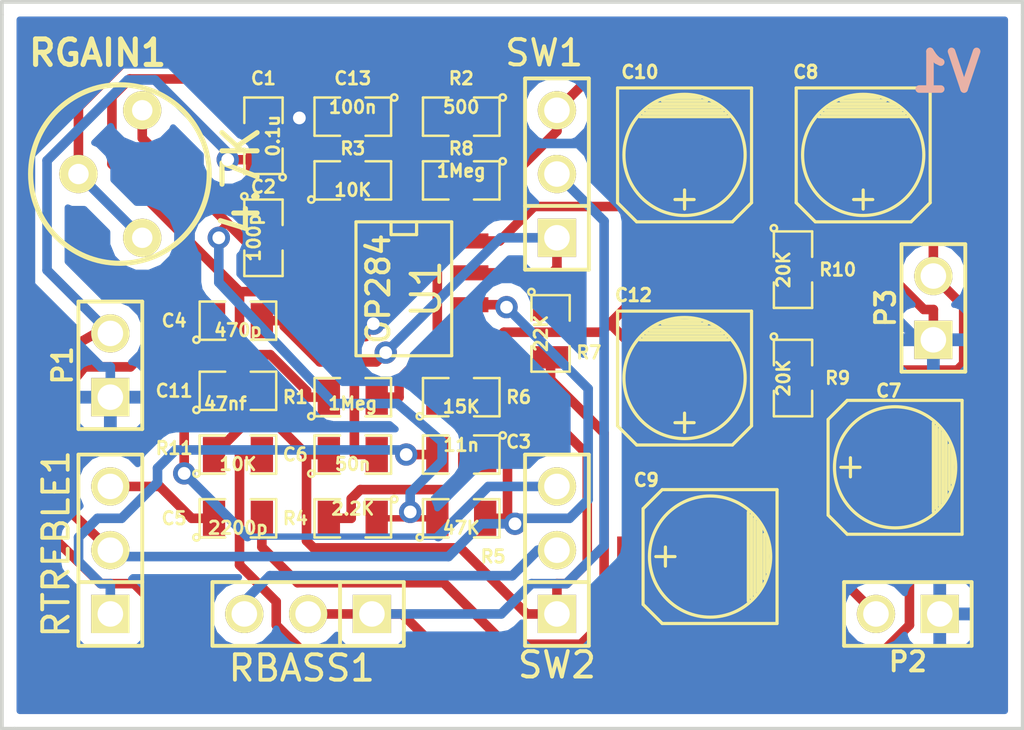
<source format=kicad_pcb>
(kicad_pcb (version 4) (host pcbnew "(2014-08-01 BZR 5042)-product")

  (general
    (links 56)
    (no_connects 0)
    (area 100.508999 82.728999 141.299001 111.835001)
    (thickness 1.6)
    (drawings 9)
    (tracks 309)
    (zones 0)
    (modules 33)
    (nets 22)
  )

  (page A3)
  (layers
    (0 F.Cu signal)
    (31 B.Cu signal)
    (32 B.Adhes user)
    (33 F.Adhes user)
    (34 B.Paste user)
    (35 F.Paste user)
    (36 B.SilkS user)
    (37 F.SilkS user hide)
    (38 B.Mask user)
    (39 F.Mask user)
    (40 Dwgs.User user)
    (41 Cmts.User user)
    (42 Eco1.User user)
    (43 Eco2.User user hide)
    (44 Edge.Cuts user)
  )

  (setup
    (last_trace_width 0.381)
    (trace_clearance 0.254)
    (zone_clearance 0.508)
    (zone_45_only no)
    (trace_min 0.254)
    (segment_width 0.2)
    (edge_width 0.15)
    (via_size 0.762)
    (via_drill 0.508)
    (via_min_size 0.762)
    (via_min_drill 0.508)
    (uvia_size 0.508)
    (uvia_drill 0.127)
    (uvias_allowed no)
    (uvia_min_size 0.508)
    (uvia_min_drill 0.127)
    (pcb_text_width 0.3)
    (pcb_text_size 1.5 1.5)
    (mod_edge_width 0.15)
    (mod_text_size 1.5 1.5)
    (mod_text_width 0.15)
    (pad_size 1.524 1.524)
    (pad_drill 0.762)
    (pad_to_mask_clearance 0.2)
    (aux_axis_origin 0 0)
    (visible_elements 7FFEFE7F)
    (pcbplotparams
      (layerselection 0x010f0_80000001)
      (usegerberextensions true)
      (excludeedgelayer true)
      (linewidth 0.100000)
      (plotframeref false)
      (viasonmask false)
      (mode 1)
      (useauxorigin false)
      (hpglpennumber 1)
      (hpglpenspeed 20)
      (hpglpendiameter 15)
      (hpglpenoverlay 2)
      (psnegative false)
      (psa4output false)
      (plotreference true)
      (plotvalue false)
      (plotinvisibletext false)
      (padsonsilk false)
      (subtractmaskfromsilk false)
      (outputformat 1)
      (mirror false)
      (drillshape 0)
      (scaleselection 1)
      (outputdirectory plots/))
  )

  (net 0 "")
  (net 1 +9V)
  (net 2 GND)
  (net 3 N-0000010)
  (net 4 N-0000011)
  (net 5 N-0000012)
  (net 6 N-0000013)
  (net 7 N-0000014)
  (net 8 N-0000015)
  (net 9 N-0000016)
  (net 10 N-0000017)
  (net 11 N-0000018)
  (net 12 N-0000019)
  (net 13 N-0000020)
  (net 14 N-0000021)
  (net 15 N-000003)
  (net 16 N-000005)
  (net 17 N-000006)
  (net 18 N-000007)
  (net 19 N-000008)
  (net 20 N-000009)
  (net 21 Vref)

  (net_class Default "Ceci est la Netclass par défaut"
    (clearance 0.254)
    (trace_width 0.381)
    (via_dia 0.762)
    (via_drill 0.508)
    (uvia_dia 0.508)
    (uvia_drill 0.127)
    (add_net +9V)
    (add_net GND)
    (add_net N-0000010)
    (add_net N-0000011)
    (add_net N-0000012)
    (add_net N-0000013)
    (add_net N-0000014)
    (add_net N-0000015)
    (add_net N-0000016)
    (add_net N-0000017)
    (add_net N-0000018)
    (add_net N-0000019)
    (add_net N-0000020)
    (add_net N-0000021)
    (add_net N-000003)
    (add_net N-000005)
    (add_net N-000006)
    (add_net N-000007)
    (add_net N-000008)
    (add_net N-000009)
    (add_net Vref)
  )

  (module SO8E (layer F.Cu) (tedit 4F33A5C7) (tstamp 535674E1)
    (at 116.586 94.234 270)
    (descr "module CMS SOJ 8 pins etroit")
    (tags "CMS SOJ")
    (path /51B0ED3A)
    (attr smd)
    (fp_text reference U1 (at 0 -0.889 270) (layer F.SilkS)
      (effects (font (size 1.143 1.143) (thickness 0.1524)))
    )
    (fp_text value OP284 (at 0 1.016 270) (layer F.SilkS)
      (effects (font (size 0.889 0.889) (thickness 0.1524)))
    )
    (fp_line (start -2.667 1.778) (end -2.667 1.905) (layer F.SilkS) (width 0.127))
    (fp_line (start -2.667 1.905) (end 2.667 1.905) (layer F.SilkS) (width 0.127))
    (fp_line (start 2.667 -1.905) (end -2.667 -1.905) (layer F.SilkS) (width 0.127))
    (fp_line (start -2.667 -1.905) (end -2.667 1.778) (layer F.SilkS) (width 0.127))
    (fp_line (start -2.667 -0.508) (end -2.159 -0.508) (layer F.SilkS) (width 0.127))
    (fp_line (start -2.159 -0.508) (end -2.159 0.508) (layer F.SilkS) (width 0.127))
    (fp_line (start -2.159 0.508) (end -2.667 0.508) (layer F.SilkS) (width 0.127))
    (fp_line (start 2.667 -1.905) (end 2.667 1.905) (layer F.SilkS) (width 0.127))
    (pad 8 smd rect (at -1.905 -2.667 270) (size 0.59944 1.39954) (layers F.Cu F.Paste F.Mask)
      (net 1 +9V))
    (pad 1 smd rect (at -1.905 2.667 270) (size 0.59944 1.39954) (layers F.Cu F.Paste F.Mask)
      (net 8 N-0000015))
    (pad 7 smd rect (at -0.635 -2.667 270) (size 0.59944 1.39954) (layers F.Cu F.Paste F.Mask)
      (net 12 N-0000019))
    (pad 6 smd rect (at 0.635 -2.667 270) (size 0.59944 1.39954) (layers F.Cu F.Paste F.Mask)
      (net 13 N-0000020))
    (pad 5 smd rect (at 1.905 -2.667 270) (size 0.59944 1.39954) (layers F.Cu F.Paste F.Mask)
      (net 21 Vref))
    (pad 2 smd rect (at -0.635 2.667 270) (size 0.59944 1.39954) (layers F.Cu F.Paste F.Mask)
      (net 16 N-000005))
    (pad 3 smd rect (at 0.635 2.667 270) (size 0.59944 1.39954) (layers F.Cu F.Paste F.Mask)
      (net 15 N-000003))
    (pad 4 smd rect (at 1.905 2.667 270) (size 0.59944 1.39954) (layers F.Cu F.Paste F.Mask)
      (net 2 GND))
    (model smd/cms_so8.wrl
      (at (xyz 0 0 0))
      (scale (xyz 0.5 0.3199999928474426 0.5))
      (rotate (xyz 0 0 0))
    )
  )

  (module SM0805 (layer F.Cu) (tedit 53DD2068) (tstamp 5356752A)
    (at 110.998 92.202 270)
    (path /51B1A91A)
    (attr smd)
    (fp_text reference C2 (at -2.032 0 360) (layer F.SilkS)
      (effects (font (size 0.50038 0.50038) (thickness 0.10922)))
    )
    (fp_text value 100p (at 0 0.381 270) (layer F.SilkS)
      (effects (font (size 0.50038 0.50038) (thickness 0.10922)))
    )
    (fp_circle (center -1.651 0.762) (end -1.651 0.635) (layer F.SilkS) (width 0.09906))
    (fp_line (start -0.508 0.762) (end -1.524 0.762) (layer F.SilkS) (width 0.09906))
    (fp_line (start -1.524 0.762) (end -1.524 -0.762) (layer F.SilkS) (width 0.09906))
    (fp_line (start -1.524 -0.762) (end -0.508 -0.762) (layer F.SilkS) (width 0.09906))
    (fp_line (start 0.508 -0.762) (end 1.524 -0.762) (layer F.SilkS) (width 0.09906))
    (fp_line (start 1.524 -0.762) (end 1.524 0.762) (layer F.SilkS) (width 0.09906))
    (fp_line (start 1.524 0.762) (end 0.508 0.762) (layer F.SilkS) (width 0.09906))
    (pad 1 smd rect (at -0.9525 0 270) (size 0.889 1.397) (layers F.Cu F.Paste F.Mask)
      (net 16 N-000005))
    (pad 2 smd rect (at 0.9525 0 270) (size 0.889 1.397) (layers F.Cu F.Paste F.Mask)
      (net 8 N-0000015))
    (model smd/chip_cms.wrl
      (at (xyz 0 0 0))
      (scale (xyz 0.1000000014901161 0.1000000014901161 0.1000000014901161))
      (rotate (xyz 0 0 0))
    )
  )

  (module SM0805 (layer F.Cu) (tedit 53DD1FF3) (tstamp 53567537)
    (at 118.872 100.838 180)
    (path /5194A4FE)
    (attr smd)
    (fp_text reference C3 (at -2.286 0.508 180) (layer F.SilkS)
      (effects (font (size 0.50038 0.50038) (thickness 0.10922)))
    )
    (fp_text value 11n (at 0 0.381 180) (layer F.SilkS)
      (effects (font (size 0.50038 0.50038) (thickness 0.10922)))
    )
    (fp_circle (center -1.651 0.762) (end -1.651 0.635) (layer F.SilkS) (width 0.09906))
    (fp_line (start -0.508 0.762) (end -1.524 0.762) (layer F.SilkS) (width 0.09906))
    (fp_line (start -1.524 0.762) (end -1.524 -0.762) (layer F.SilkS) (width 0.09906))
    (fp_line (start -1.524 -0.762) (end -0.508 -0.762) (layer F.SilkS) (width 0.09906))
    (fp_line (start 0.508 -0.762) (end 1.524 -0.762) (layer F.SilkS) (width 0.09906))
    (fp_line (start 1.524 -0.762) (end 1.524 0.762) (layer F.SilkS) (width 0.09906))
    (fp_line (start 1.524 0.762) (end 0.508 0.762) (layer F.SilkS) (width 0.09906))
    (pad 1 smd rect (at -0.9525 0 180) (size 0.889 1.397) (layers F.Cu F.Paste F.Mask)
      (net 19 N-000008))
    (pad 2 smd rect (at 0.9525 0 180) (size 0.889 1.397) (layers F.Cu F.Paste F.Mask)
      (net 17 N-000006))
    (model smd/chip_cms.wrl
      (at (xyz 0 0 0))
      (scale (xyz 0.1000000014901161 0.1000000014901161 0.1000000014901161))
      (rotate (xyz 0 0 0))
    )
  )

  (module SM0805 (layer F.Cu) (tedit 53DD1FEE) (tstamp 53567544)
    (at 118.872 98.552)
    (path /5194A4EE)
    (attr smd)
    (fp_text reference R6 (at 2.286 0) (layer F.SilkS)
      (effects (font (size 0.50038 0.50038) (thickness 0.10922)))
    )
    (fp_text value 15K (at 0 0.381) (layer F.SilkS)
      (effects (font (size 0.50038 0.50038) (thickness 0.10922)))
    )
    (fp_circle (center -1.651 0.762) (end -1.651 0.635) (layer F.SilkS) (width 0.09906))
    (fp_line (start -0.508 0.762) (end -1.524 0.762) (layer F.SilkS) (width 0.09906))
    (fp_line (start -1.524 0.762) (end -1.524 -0.762) (layer F.SilkS) (width 0.09906))
    (fp_line (start -1.524 -0.762) (end -0.508 -0.762) (layer F.SilkS) (width 0.09906))
    (fp_line (start 0.508 -0.762) (end 1.524 -0.762) (layer F.SilkS) (width 0.09906))
    (fp_line (start 1.524 -0.762) (end 1.524 0.762) (layer F.SilkS) (width 0.09906))
    (fp_line (start 1.524 0.762) (end 0.508 0.762) (layer F.SilkS) (width 0.09906))
    (pad 1 smd rect (at -0.9525 0) (size 0.889 1.397) (layers F.Cu F.Paste F.Mask)
      (net 11 N-0000018))
    (pad 2 smd rect (at 0.9525 0) (size 0.889 1.397) (layers F.Cu F.Paste F.Mask)
      (net 13 N-0000020))
    (model smd/chip_cms.wrl
      (at (xyz 0 0 0))
      (scale (xyz 0.1000000014901161 0.1000000014901161 0.1000000014901161))
      (rotate (xyz 0 0 0))
    )
  )

  (module SM0805 (layer F.Cu) (tedit 53DD1FE1) (tstamp 53567551)
    (at 118.872 103.378)
    (path /5194A4D6)
    (attr smd)
    (fp_text reference R5 (at 1.27 1.524) (layer F.SilkS)
      (effects (font (size 0.50038 0.50038) (thickness 0.10922)))
    )
    (fp_text value 47K (at 0 0.381) (layer F.SilkS)
      (effects (font (size 0.50038 0.50038) (thickness 0.10922)))
    )
    (fp_circle (center -1.651 0.762) (end -1.651 0.635) (layer F.SilkS) (width 0.09906))
    (fp_line (start -0.508 0.762) (end -1.524 0.762) (layer F.SilkS) (width 0.09906))
    (fp_line (start -1.524 0.762) (end -1.524 -0.762) (layer F.SilkS) (width 0.09906))
    (fp_line (start -1.524 -0.762) (end -0.508 -0.762) (layer F.SilkS) (width 0.09906))
    (fp_line (start 0.508 -0.762) (end 1.524 -0.762) (layer F.SilkS) (width 0.09906))
    (fp_line (start 1.524 -0.762) (end 1.524 0.762) (layer F.SilkS) (width 0.09906))
    (fp_line (start 1.524 0.762) (end 0.508 0.762) (layer F.SilkS) (width 0.09906))
    (pad 1 smd rect (at -0.9525 0) (size 0.889 1.397) (layers F.Cu F.Paste F.Mask)
      (net 8 N-0000015))
    (pad 2 smd rect (at 0.9525 0) (size 0.889 1.397) (layers F.Cu F.Paste F.Mask)
      (net 13 N-0000020))
    (model smd/chip_cms.wrl
      (at (xyz 0 0 0))
      (scale (xyz 0.1000000014901161 0.1000000014901161 0.1000000014901161))
      (rotate (xyz 0 0 0))
    )
  )

  (module SM0805 (layer F.Cu) (tedit 53DD1FBD) (tstamp 5356755E)
    (at 114.554 98.552)
    (path /51B1A73D)
    (attr smd)
    (fp_text reference R1 (at -2.286 0) (layer F.SilkS)
      (effects (font (size 0.50038 0.50038) (thickness 0.10922)))
    )
    (fp_text value 1Meg (at 0 0.254) (layer F.SilkS)
      (effects (font (size 0.50038 0.50038) (thickness 0.10922)))
    )
    (fp_circle (center -1.651 0.762) (end -1.651 0.635) (layer F.SilkS) (width 0.09906))
    (fp_line (start -0.508 0.762) (end -1.524 0.762) (layer F.SilkS) (width 0.09906))
    (fp_line (start -1.524 0.762) (end -1.524 -0.762) (layer F.SilkS) (width 0.09906))
    (fp_line (start -1.524 -0.762) (end -0.508 -0.762) (layer F.SilkS) (width 0.09906))
    (fp_line (start 0.508 -0.762) (end 1.524 -0.762) (layer F.SilkS) (width 0.09906))
    (fp_line (start 1.524 -0.762) (end 1.524 0.762) (layer F.SilkS) (width 0.09906))
    (fp_line (start 1.524 0.762) (end 0.508 0.762) (layer F.SilkS) (width 0.09906))
    (pad 1 smd rect (at -0.9525 0) (size 0.889 1.397) (layers F.Cu F.Paste F.Mask)
      (net 15 N-000003))
    (pad 2 smd rect (at 0.9525 0) (size 0.889 1.397) (layers F.Cu F.Paste F.Mask)
      (net 21 Vref))
    (model smd/chip_cms.wrl
      (at (xyz 0 0 0))
      (scale (xyz 0.1000000014901161 0.1000000014901161 0.1000000014901161))
      (rotate (xyz 0 0 0))
    )
  )

  (module SM0805 (layer F.Cu) (tedit 53DD2079) (tstamp 5356756B)
    (at 114.554 89.916)
    (path /51B1A74C)
    (attr smd)
    (fp_text reference R3 (at 0 -1.27) (layer F.SilkS)
      (effects (font (size 0.50038 0.50038) (thickness 0.10922)))
    )
    (fp_text value 10K (at 0 0.381) (layer F.SilkS)
      (effects (font (size 0.50038 0.50038) (thickness 0.10922)))
    )
    (fp_circle (center -1.651 0.762) (end -1.651 0.635) (layer F.SilkS) (width 0.09906))
    (fp_line (start -0.508 0.762) (end -1.524 0.762) (layer F.SilkS) (width 0.09906))
    (fp_line (start -1.524 0.762) (end -1.524 -0.762) (layer F.SilkS) (width 0.09906))
    (fp_line (start -1.524 -0.762) (end -0.508 -0.762) (layer F.SilkS) (width 0.09906))
    (fp_line (start 0.508 -0.762) (end 1.524 -0.762) (layer F.SilkS) (width 0.09906))
    (fp_line (start 1.524 -0.762) (end 1.524 0.762) (layer F.SilkS) (width 0.09906))
    (fp_line (start 1.524 0.762) (end 0.508 0.762) (layer F.SilkS) (width 0.09906))
    (pad 1 smd rect (at -0.9525 0) (size 0.889 1.397) (layers F.Cu F.Paste F.Mask)
      (net 16 N-000005))
    (pad 2 smd rect (at 0.9525 0) (size 0.889 1.397) (layers F.Cu F.Paste F.Mask)
      (net 21 Vref))
    (model smd/chip_cms.wrl
      (at (xyz 0 0 0))
      (scale (xyz 0.1000000014901161 0.1000000014901161 0.1000000014901161))
      (rotate (xyz 0 0 0))
    )
  )

  (module SM0805 (layer F.Cu) (tedit 53DD2070) (tstamp 53567578)
    (at 118.872 87.376 180)
    (path /51B1A765)
    (attr smd)
    (fp_text reference R2 (at 0 1.524 180) (layer F.SilkS)
      (effects (font (size 0.50038 0.50038) (thickness 0.10922)))
    )
    (fp_text value 500 (at 0 0.381 180) (layer F.SilkS)
      (effects (font (size 0.50038 0.50038) (thickness 0.10922)))
    )
    (fp_circle (center -1.651 0.762) (end -1.651 0.635) (layer F.SilkS) (width 0.09906))
    (fp_line (start -0.508 0.762) (end -1.524 0.762) (layer F.SilkS) (width 0.09906))
    (fp_line (start -1.524 0.762) (end -1.524 -0.762) (layer F.SilkS) (width 0.09906))
    (fp_line (start -1.524 -0.762) (end -0.508 -0.762) (layer F.SilkS) (width 0.09906))
    (fp_line (start 0.508 -0.762) (end 1.524 -0.762) (layer F.SilkS) (width 0.09906))
    (fp_line (start 1.524 -0.762) (end 1.524 0.762) (layer F.SilkS) (width 0.09906))
    (fp_line (start 1.524 0.762) (end 0.508 0.762) (layer F.SilkS) (width 0.09906))
    (pad 1 smd rect (at -0.9525 0 180) (size 0.889 1.397) (layers F.Cu F.Paste F.Mask)
      (net 18 N-000007))
    (pad 2 smd rect (at 0.9525 0 180) (size 0.889 1.397) (layers F.Cu F.Paste F.Mask)
      (net 16 N-000005))
    (model smd/chip_cms.wrl
      (at (xyz 0 0 0))
      (scale (xyz 0.1000000014901161 0.1000000014901161 0.1000000014901161))
      (rotate (xyz 0 0 0))
    )
  )

  (module SM0805 (layer F.Cu) (tedit 53DD1FB5) (tstamp 53567585)
    (at 109.982 103.378)
    (path /5194A52D)
    (attr smd)
    (fp_text reference C5 (at -2.54 0) (layer F.SilkS)
      (effects (font (size 0.50038 0.50038) (thickness 0.10922)))
    )
    (fp_text value 2200p (at 0 0.381) (layer F.SilkS)
      (effects (font (size 0.50038 0.50038) (thickness 0.10922)))
    )
    (fp_circle (center -1.651 0.762) (end -1.651 0.635) (layer F.SilkS) (width 0.09906))
    (fp_line (start -0.508 0.762) (end -1.524 0.762) (layer F.SilkS) (width 0.09906))
    (fp_line (start -1.524 0.762) (end -1.524 -0.762) (layer F.SilkS) (width 0.09906))
    (fp_line (start -1.524 -0.762) (end -0.508 -0.762) (layer F.SilkS) (width 0.09906))
    (fp_line (start 0.508 -0.762) (end 1.524 -0.762) (layer F.SilkS) (width 0.09906))
    (fp_line (start 1.524 -0.762) (end 1.524 0.762) (layer F.SilkS) (width 0.09906))
    (fp_line (start 1.524 0.762) (end 0.508 0.762) (layer F.SilkS) (width 0.09906))
    (pad 1 smd rect (at -0.9525 0) (size 0.889 1.397) (layers F.Cu F.Paste F.Mask)
      (net 5 N-0000012))
    (pad 2 smd rect (at 0.9525 0) (size 0.889 1.397) (layers F.Cu F.Paste F.Mask)
      (net 20 N-000009))
    (model smd/chip_cms.wrl
      (at (xyz 0 0 0))
      (scale (xyz 0.1000000014901161 0.1000000014901161 0.1000000014901161))
      (rotate (xyz 0 0 0))
    )
  )

  (module SM0805 (layer F.Cu) (tedit 53DD2074) (tstamp 53567592)
    (at 118.872 89.916 180)
    (path /51B1AF4B)
    (attr smd)
    (fp_text reference R8 (at 0 1.27 180) (layer F.SilkS)
      (effects (font (size 0.50038 0.50038) (thickness 0.10922)))
    )
    (fp_text value 1Meg (at 0 0.381 180) (layer F.SilkS)
      (effects (font (size 0.50038 0.50038) (thickness 0.10922)))
    )
    (fp_circle (center -1.651 0.762) (end -1.651 0.635) (layer F.SilkS) (width 0.09906))
    (fp_line (start -0.508 0.762) (end -1.524 0.762) (layer F.SilkS) (width 0.09906))
    (fp_line (start -1.524 0.762) (end -1.524 -0.762) (layer F.SilkS) (width 0.09906))
    (fp_line (start -1.524 -0.762) (end -0.508 -0.762) (layer F.SilkS) (width 0.09906))
    (fp_line (start 0.508 -0.762) (end 1.524 -0.762) (layer F.SilkS) (width 0.09906))
    (fp_line (start 1.524 -0.762) (end 1.524 0.762) (layer F.SilkS) (width 0.09906))
    (fp_line (start 1.524 0.762) (end 0.508 0.762) (layer F.SilkS) (width 0.09906))
    (pad 1 smd rect (at -0.9525 0 180) (size 0.889 1.397) (layers F.Cu F.Paste F.Mask)
      (net 4 N-0000011))
    (pad 2 smd rect (at 0.9525 0 180) (size 0.889 1.397) (layers F.Cu F.Paste F.Mask)
      (net 21 Vref))
    (model smd/chip_cms.wrl
      (at (xyz 0 0 0))
      (scale (xyz 0.1000000014901161 0.1000000014901161 0.1000000014901161))
      (rotate (xyz 0 0 0))
    )
  )

  (module SM0805 (layer F.Cu) (tedit 53DD1FC8) (tstamp 5356759F)
    (at 114.554 103.378 180)
    (path /53563E77)
    (attr smd)
    (fp_text reference R4 (at 2.286 0 180) (layer F.SilkS)
      (effects (font (size 0.50038 0.50038) (thickness 0.10922)))
    )
    (fp_text value 2.2K (at 0 0.381 180) (layer F.SilkS)
      (effects (font (size 0.50038 0.50038) (thickness 0.10922)))
    )
    (fp_circle (center -1.651 0.762) (end -1.651 0.635) (layer F.SilkS) (width 0.09906))
    (fp_line (start -0.508 0.762) (end -1.524 0.762) (layer F.SilkS) (width 0.09906))
    (fp_line (start -1.524 0.762) (end -1.524 -0.762) (layer F.SilkS) (width 0.09906))
    (fp_line (start -1.524 -0.762) (end -0.508 -0.762) (layer F.SilkS) (width 0.09906))
    (fp_line (start 0.508 -0.762) (end 1.524 -0.762) (layer F.SilkS) (width 0.09906))
    (fp_line (start 1.524 -0.762) (end 1.524 0.762) (layer F.SilkS) (width 0.09906))
    (fp_line (start 1.524 0.762) (end 0.508 0.762) (layer F.SilkS) (width 0.09906))
    (pad 1 smd rect (at -0.9525 0 180) (size 0.889 1.397) (layers F.Cu F.Paste F.Mask)
      (net 8 N-0000015))
    (pad 2 smd rect (at 0.9525 0 180) (size 0.889 1.397) (layers F.Cu F.Paste F.Mask)
      (net 19 N-000008))
    (model smd/chip_cms.wrl
      (at (xyz 0 0 0))
      (scale (xyz 0.1000000014901161 0.1000000014901161 0.1000000014901161))
      (rotate (xyz 0 0 0))
    )
  )

  (module SM0805 (layer F.Cu) (tedit 53DD200A) (tstamp 535675AC)
    (at 122.428 96.012 270)
    (path /53563E86)
    (attr smd)
    (fp_text reference R7 (at 0.762 -1.524 360) (layer F.SilkS)
      (effects (font (size 0.50038 0.50038) (thickness 0.10922)))
    )
    (fp_text value 22K (at 0 0.381 270) (layer F.SilkS)
      (effects (font (size 0.50038 0.50038) (thickness 0.10922)))
    )
    (fp_circle (center -1.651 0.762) (end -1.651 0.635) (layer F.SilkS) (width 0.09906))
    (fp_line (start -0.508 0.762) (end -1.524 0.762) (layer F.SilkS) (width 0.09906))
    (fp_line (start -1.524 0.762) (end -1.524 -0.762) (layer F.SilkS) (width 0.09906))
    (fp_line (start -1.524 -0.762) (end -0.508 -0.762) (layer F.SilkS) (width 0.09906))
    (fp_line (start 0.508 -0.762) (end 1.524 -0.762) (layer F.SilkS) (width 0.09906))
    (fp_line (start 1.524 -0.762) (end 1.524 0.762) (layer F.SilkS) (width 0.09906))
    (fp_line (start 1.524 0.762) (end 0.508 0.762) (layer F.SilkS) (width 0.09906))
    (pad 1 smd rect (at -0.9525 0 270) (size 0.889 1.397) (layers F.Cu F.Paste F.Mask)
      (net 12 N-0000019))
    (pad 2 smd rect (at 0.9525 0 270) (size 0.889 1.397) (layers F.Cu F.Paste F.Mask)
      (net 20 N-000009))
    (model smd/chip_cms.wrl
      (at (xyz 0 0 0))
      (scale (xyz 0.1000000014901161 0.1000000014901161 0.1000000014901161))
      (rotate (xyz 0 0 0))
    )
  )

  (module SM0805 (layer F.Cu) (tedit 53DD206C) (tstamp 535675B9)
    (at 114.554 87.376 180)
    (path /535640CD)
    (attr smd)
    (fp_text reference C13 (at 0 1.524 180) (layer F.SilkS)
      (effects (font (size 0.50038 0.50038) (thickness 0.10922)))
    )
    (fp_text value 100n (at 0 0.381 180) (layer F.SilkS)
      (effects (font (size 0.50038 0.50038) (thickness 0.10922)))
    )
    (fp_circle (center -1.651 0.762) (end -1.651 0.635) (layer F.SilkS) (width 0.09906))
    (fp_line (start -0.508 0.762) (end -1.524 0.762) (layer F.SilkS) (width 0.09906))
    (fp_line (start -1.524 0.762) (end -1.524 -0.762) (layer F.SilkS) (width 0.09906))
    (fp_line (start -1.524 -0.762) (end -0.508 -0.762) (layer F.SilkS) (width 0.09906))
    (fp_line (start 0.508 -0.762) (end 1.524 -0.762) (layer F.SilkS) (width 0.09906))
    (fp_line (start 1.524 -0.762) (end 1.524 0.762) (layer F.SilkS) (width 0.09906))
    (fp_line (start 1.524 0.762) (end 0.508 0.762) (layer F.SilkS) (width 0.09906))
    (pad 1 smd rect (at -0.9525 0 180) (size 0.889 1.397) (layers F.Cu F.Paste F.Mask)
      (net 1 +9V))
    (pad 2 smd rect (at 0.9525 0 180) (size 0.889 1.397) (layers F.Cu F.Paste F.Mask)
      (net 2 GND))
    (model smd/chip_cms.wrl
      (at (xyz 0 0 0))
      (scale (xyz 0.1000000014901161 0.1000000014901161 0.1000000014901161))
      (rotate (xyz 0 0 0))
    )
  )

  (module SM0805 (layer F.Cu) (tedit 53DD1FB2) (tstamp 535675C6)
    (at 109.982 95.504)
    (path /5194A574)
    (attr smd)
    (fp_text reference C4 (at -2.54 0) (layer F.SilkS)
      (effects (font (size 0.50038 0.50038) (thickness 0.10922)))
    )
    (fp_text value 470p (at 0 0.381) (layer F.SilkS)
      (effects (font (size 0.50038 0.50038) (thickness 0.10922)))
    )
    (fp_circle (center -1.651 0.762) (end -1.651 0.635) (layer F.SilkS) (width 0.09906))
    (fp_line (start -0.508 0.762) (end -1.524 0.762) (layer F.SilkS) (width 0.09906))
    (fp_line (start -1.524 0.762) (end -1.524 -0.762) (layer F.SilkS) (width 0.09906))
    (fp_line (start -1.524 -0.762) (end -0.508 -0.762) (layer F.SilkS) (width 0.09906))
    (fp_line (start 0.508 -0.762) (end 1.524 -0.762) (layer F.SilkS) (width 0.09906))
    (fp_line (start 1.524 -0.762) (end 1.524 0.762) (layer F.SilkS) (width 0.09906))
    (fp_line (start 1.524 0.762) (end 0.508 0.762) (layer F.SilkS) (width 0.09906))
    (pad 1 smd rect (at -0.9525 0) (size 0.889 1.397) (layers F.Cu F.Paste F.Mask)
      (net 13 N-0000020))
    (pad 2 smd rect (at 0.9525 0) (size 0.889 1.397) (layers F.Cu F.Paste F.Mask)
      (net 12 N-0000019))
    (model smd/chip_cms.wrl
      (at (xyz 0 0 0))
      (scale (xyz 0.1000000014901161 0.1000000014901161 0.1000000014901161))
      (rotate (xyz 0 0 0))
    )
  )

  (module SM0805 (layer F.Cu) (tedit 53DD1FC2) (tstamp 535675D3)
    (at 114.554 100.838)
    (path /5194A58C)
    (attr smd)
    (fp_text reference C6 (at -2.286 0) (layer F.SilkS)
      (effects (font (size 0.50038 0.50038) (thickness 0.10922)))
    )
    (fp_text value 50n (at 0 0.381) (layer F.SilkS)
      (effects (font (size 0.50038 0.50038) (thickness 0.10922)))
    )
    (fp_circle (center -1.651 0.762) (end -1.651 0.635) (layer F.SilkS) (width 0.09906))
    (fp_line (start -0.508 0.762) (end -1.524 0.762) (layer F.SilkS) (width 0.09906))
    (fp_line (start -1.524 0.762) (end -1.524 -0.762) (layer F.SilkS) (width 0.09906))
    (fp_line (start -1.524 -0.762) (end -0.508 -0.762) (layer F.SilkS) (width 0.09906))
    (fp_line (start 0.508 -0.762) (end 1.524 -0.762) (layer F.SilkS) (width 0.09906))
    (fp_line (start 1.524 -0.762) (end 1.524 0.762) (layer F.SilkS) (width 0.09906))
    (fp_line (start 1.524 0.762) (end 0.508 0.762) (layer F.SilkS) (width 0.09906))
    (pad 1 smd rect (at -0.9525 0) (size 0.889 1.397) (layers F.Cu F.Paste F.Mask)
      (net 11 N-0000018))
    (pad 2 smd rect (at 0.9525 0) (size 0.889 1.397) (layers F.Cu F.Paste F.Mask)
      (net 12 N-0000019))
    (model smd/chip_cms.wrl
      (at (xyz 0 0 0))
      (scale (xyz 0.1000000014901161 0.1000000014901161 0.1000000014901161))
      (rotate (xyz 0 0 0))
    )
  )

  (module SM0805 (layer F.Cu) (tedit 53DD2063) (tstamp 535675E0)
    (at 110.998 88.138 90)
    (path /5194A946)
    (attr smd)
    (fp_text reference C1 (at 2.286 0 180) (layer F.SilkS)
      (effects (font (size 0.50038 0.50038) (thickness 0.10922)))
    )
    (fp_text value 0.1u (at 0 0.381 90) (layer F.SilkS)
      (effects (font (size 0.50038 0.50038) (thickness 0.10922)))
    )
    (fp_circle (center -1.651 0.762) (end -1.651 0.635) (layer F.SilkS) (width 0.09906))
    (fp_line (start -0.508 0.762) (end -1.524 0.762) (layer F.SilkS) (width 0.09906))
    (fp_line (start -1.524 0.762) (end -1.524 -0.762) (layer F.SilkS) (width 0.09906))
    (fp_line (start -1.524 -0.762) (end -0.508 -0.762) (layer F.SilkS) (width 0.09906))
    (fp_line (start 0.508 -0.762) (end 1.524 -0.762) (layer F.SilkS) (width 0.09906))
    (fp_line (start 1.524 -0.762) (end 1.524 0.762) (layer F.SilkS) (width 0.09906))
    (fp_line (start 1.524 0.762) (end 0.508 0.762) (layer F.SilkS) (width 0.09906))
    (pad 1 smd rect (at -0.9525 0 90) (size 0.889 1.397) (layers F.Cu F.Paste F.Mask)
      (net 7 N-0000014))
    (pad 2 smd rect (at 0.9525 0 90) (size 0.889 1.397) (layers F.Cu F.Paste F.Mask)
      (net 15 N-000003))
    (model smd/chip_cms.wrl
      (at (xyz 0 0 0))
      (scale (xyz 0.1000000014901161 0.1000000014901161 0.1000000014901161))
      (rotate (xyz 0 0 0))
    )
  )

  (module SM0805 (layer F.Cu) (tedit 53DD1FAF) (tstamp 535675ED)
    (at 109.982 98.298)
    (path /5194AE09)
    (attr smd)
    (fp_text reference C11 (at -2.54 0) (layer F.SilkS)
      (effects (font (size 0.50038 0.50038) (thickness 0.10922)))
    )
    (fp_text value 47nf (at -0.508 0.508) (layer F.SilkS)
      (effects (font (size 0.50038 0.50038) (thickness 0.10922)))
    )
    (fp_circle (center -1.651 0.762) (end -1.651 0.635) (layer F.SilkS) (width 0.09906))
    (fp_line (start -0.508 0.762) (end -1.524 0.762) (layer F.SilkS) (width 0.09906))
    (fp_line (start -1.524 0.762) (end -1.524 -0.762) (layer F.SilkS) (width 0.09906))
    (fp_line (start -1.524 -0.762) (end -0.508 -0.762) (layer F.SilkS) (width 0.09906))
    (fp_line (start 0.508 -0.762) (end 1.524 -0.762) (layer F.SilkS) (width 0.09906))
    (fp_line (start 1.524 -0.762) (end 1.524 0.762) (layer F.SilkS) (width 0.09906))
    (fp_line (start 1.524 0.762) (end 0.508 0.762) (layer F.SilkS) (width 0.09906))
    (pad 1 smd rect (at -0.9525 0) (size 0.889 1.397) (layers F.Cu F.Paste F.Mask)
      (net 6 N-0000013))
    (pad 2 smd rect (at 0.9525 0) (size 0.889 1.397) (layers F.Cu F.Paste F.Mask)
      (net 2 GND))
    (model smd/chip_cms.wrl
      (at (xyz 0 0 0))
      (scale (xyz 0.1000000014901161 0.1000000014901161 0.1000000014901161))
      (rotate (xyz 0 0 0))
    )
  )

  (module SM0805 (layer F.Cu) (tedit 53DD1FA7) (tstamp 535675FA)
    (at 109.982 100.838)
    (path /5194AE28)
    (attr smd)
    (fp_text reference R11 (at -2.54 -0.254) (layer F.SilkS)
      (effects (font (size 0.50038 0.50038) (thickness 0.10922)))
    )
    (fp_text value 10K (at 0 0.381) (layer F.SilkS)
      (effects (font (size 0.50038 0.50038) (thickness 0.10922)))
    )
    (fp_circle (center -1.651 0.762) (end -1.651 0.635) (layer F.SilkS) (width 0.09906))
    (fp_line (start -0.508 0.762) (end -1.524 0.762) (layer F.SilkS) (width 0.09906))
    (fp_line (start -1.524 0.762) (end -1.524 -0.762) (layer F.SilkS) (width 0.09906))
    (fp_line (start -1.524 -0.762) (end -0.508 -0.762) (layer F.SilkS) (width 0.09906))
    (fp_line (start 0.508 -0.762) (end 1.524 -0.762) (layer F.SilkS) (width 0.09906))
    (fp_line (start 1.524 -0.762) (end 1.524 0.762) (layer F.SilkS) (width 0.09906))
    (fp_line (start 1.524 0.762) (end 0.508 0.762) (layer F.SilkS) (width 0.09906))
    (pad 1 smd rect (at -0.9525 0) (size 0.889 1.397) (layers F.Cu F.Paste F.Mask)
      (net 11 N-0000018))
    (pad 2 smd rect (at 0.9525 0) (size 0.889 1.397) (layers F.Cu F.Paste F.Mask)
      (net 10 N-0000017))
    (model smd/chip_cms.wrl
      (at (xyz 0 0 0))
      (scale (xyz 0.1000000014901161 0.1000000014901161 0.1000000014901161))
      (rotate (xyz 0 0 0))
    )
  )

  (module SM0805 (layer F.Cu) (tedit 53DD201D) (tstamp 53567607)
    (at 132.08 97.79 270)
    (path /5194B4AA)
    (attr smd)
    (fp_text reference R9 (at 0 -1.778 360) (layer F.SilkS)
      (effects (font (size 0.50038 0.50038) (thickness 0.10922)))
    )
    (fp_text value 20K (at 0 0.381 270) (layer F.SilkS)
      (effects (font (size 0.50038 0.50038) (thickness 0.10922)))
    )
    (fp_circle (center -1.651 0.762) (end -1.651 0.635) (layer F.SilkS) (width 0.09906))
    (fp_line (start -0.508 0.762) (end -1.524 0.762) (layer F.SilkS) (width 0.09906))
    (fp_line (start -1.524 0.762) (end -1.524 -0.762) (layer F.SilkS) (width 0.09906))
    (fp_line (start -1.524 -0.762) (end -0.508 -0.762) (layer F.SilkS) (width 0.09906))
    (fp_line (start 0.508 -0.762) (end 1.524 -0.762) (layer F.SilkS) (width 0.09906))
    (fp_line (start 1.524 -0.762) (end 1.524 0.762) (layer F.SilkS) (width 0.09906))
    (fp_line (start 1.524 0.762) (end 0.508 0.762) (layer F.SilkS) (width 0.09906))
    (pad 1 smd rect (at -0.9525 0 270) (size 0.889 1.397) (layers F.Cu F.Paste F.Mask)
      (net 1 +9V))
    (pad 2 smd rect (at 0.9525 0 270) (size 0.889 1.397) (layers F.Cu F.Paste F.Mask)
      (net 21 Vref))
    (model smd/chip_cms.wrl
      (at (xyz 0 0 0))
      (scale (xyz 0.1000000014901161 0.1000000014901161 0.1000000014901161))
      (rotate (xyz 0 0 0))
    )
  )

  (module SM0805 (layer F.Cu) (tedit 53DD2017) (tstamp 53567614)
    (at 132.08 93.472 270)
    (path /5194B4B0)
    (attr smd)
    (fp_text reference R10 (at 0 -1.778 360) (layer F.SilkS)
      (effects (font (size 0.50038 0.50038) (thickness 0.10922)))
    )
    (fp_text value 20K (at 0 0.381 270) (layer F.SilkS)
      (effects (font (size 0.50038 0.50038) (thickness 0.10922)))
    )
    (fp_circle (center -1.651 0.762) (end -1.651 0.635) (layer F.SilkS) (width 0.09906))
    (fp_line (start -0.508 0.762) (end -1.524 0.762) (layer F.SilkS) (width 0.09906))
    (fp_line (start -1.524 0.762) (end -1.524 -0.762) (layer F.SilkS) (width 0.09906))
    (fp_line (start -1.524 -0.762) (end -0.508 -0.762) (layer F.SilkS) (width 0.09906))
    (fp_line (start 0.508 -0.762) (end 1.524 -0.762) (layer F.SilkS) (width 0.09906))
    (fp_line (start 1.524 -0.762) (end 1.524 0.762) (layer F.SilkS) (width 0.09906))
    (fp_line (start 1.524 0.762) (end 0.508 0.762) (layer F.SilkS) (width 0.09906))
    (pad 1 smd rect (at -0.9525 0 270) (size 0.889 1.397) (layers F.Cu F.Paste F.Mask)
      (net 21 Vref))
    (pad 2 smd rect (at 0.9525 0 270) (size 0.889 1.397) (layers F.Cu F.Paste F.Mask)
      (net 2 GND))
    (model smd/chip_cms.wrl
      (at (xyz 0 0 0))
      (scale (xyz 0.1000000014901161 0.1000000014901161 0.1000000014901161))
      (rotate (xyz 0 0 0))
    )
  )

  (module PIN_ARRAY_3X1 (layer F.Cu) (tedit 4C1130E0) (tstamp 5356762D)
    (at 104.902 104.648 90)
    (descr "Connecteur 3 pins")
    (tags "CONN DEV")
    (path /5194A643)
    (fp_text reference RTREBLE1 (at 0.254 -2.159 90) (layer F.SilkS)
      (effects (font (size 1.016 1.016) (thickness 0.1524)))
    )
    (fp_text value "100K REVLOG" (at 0 -2.159 90) (layer F.SilkS) hide
      (effects (font (size 1.016 1.016) (thickness 0.1524)))
    )
    (fp_line (start -3.81 1.27) (end -3.81 -1.27) (layer F.SilkS) (width 0.1524))
    (fp_line (start -3.81 -1.27) (end 3.81 -1.27) (layer F.SilkS) (width 0.1524))
    (fp_line (start 3.81 -1.27) (end 3.81 1.27) (layer F.SilkS) (width 0.1524))
    (fp_line (start 3.81 1.27) (end -3.81 1.27) (layer F.SilkS) (width 0.1524))
    (fp_line (start -1.27 -1.27) (end -1.27 1.27) (layer F.SilkS) (width 0.1524))
    (pad 1 thru_hole rect (at -2.54 0 90) (size 1.524 1.524) (drill 1.016) (layers *.Cu *.Mask F.SilkS)
      (net 17 N-000006))
    (pad 2 thru_hole circle (at 0 0 90) (size 1.524 1.524) (drill 1.016) (layers *.Cu *.Mask F.SilkS)
      (net 13 N-0000020))
    (pad 3 thru_hole circle (at 2.54 0 90) (size 1.524 1.524) (drill 1.016) (layers *.Cu *.Mask F.SilkS)
      (net 5 N-0000012))
    (model pin_array/pins_array_3x1.wrl
      (at (xyz 0 0 0))
      (scale (xyz 1 1 1))
      (rotate (xyz 0 0 0))
    )
  )

  (module PIN_ARRAY_3X1 (layer F.Cu) (tedit 4C1130E0) (tstamp 53567645)
    (at 112.776 107.188 180)
    (descr "Connecteur 3 pins")
    (tags "CONN DEV")
    (path /5194AD59)
    (fp_text reference RBASS1 (at 0.254 -2.159 180) (layer F.SilkS)
      (effects (font (size 1.016 1.016) (thickness 0.1524)))
    )
    (fp_text value "100K LOG" (at 0 -2.159 180) (layer F.SilkS) hide
      (effects (font (size 1.016 1.016) (thickness 0.1524)))
    )
    (fp_line (start -3.81 1.27) (end -3.81 -1.27) (layer F.SilkS) (width 0.1524))
    (fp_line (start -3.81 -1.27) (end 3.81 -1.27) (layer F.SilkS) (width 0.1524))
    (fp_line (start 3.81 -1.27) (end 3.81 1.27) (layer F.SilkS) (width 0.1524))
    (fp_line (start 3.81 1.27) (end -3.81 1.27) (layer F.SilkS) (width 0.1524))
    (fp_line (start -1.27 -1.27) (end -1.27 1.27) (layer F.SilkS) (width 0.1524))
    (pad 1 thru_hole rect (at -2.54 0 180) (size 1.524 1.524) (drill 1.016) (layers *.Cu *.Mask F.SilkS)
      (net 14 N-0000021))
    (pad 2 thru_hole circle (at 0 0 180) (size 1.524 1.524) (drill 1.016) (layers *.Cu *.Mask F.SilkS)
      (net 14 N-0000021))
    (pad 3 thru_hole circle (at 2.54 0 180) (size 1.524 1.524) (drill 1.016) (layers *.Cu *.Mask F.SilkS)
      (net 9 N-0000016))
    (model pin_array/pins_array_3x1.wrl
      (at (xyz 0 0 0))
      (scale (xyz 1 1 1))
      (rotate (xyz 0 0 0))
    )
  )

  (module PIN_ARRAY_3X1 (layer F.Cu) (tedit 53DD1F37) (tstamp 53567651)
    (at 122.682 89.662 90)
    (descr "Connecteur 3 pins")
    (tags "CONN DEV")
    (path /51B1D3A0)
    (fp_text reference SW1 (at 4.826 -0.508 180) (layer F.SilkS)
      (effects (font (size 1.016 1.016) (thickness 0.1524)))
    )
    (fp_text value SWITCH_INV (at 0 -2.159 90) (layer F.SilkS) hide
      (effects (font (size 1.016 1.016) (thickness 0.1524)))
    )
    (fp_line (start -3.81 1.27) (end -3.81 -1.27) (layer F.SilkS) (width 0.1524))
    (fp_line (start -3.81 -1.27) (end 3.81 -1.27) (layer F.SilkS) (width 0.1524))
    (fp_line (start 3.81 -1.27) (end 3.81 1.27) (layer F.SilkS) (width 0.1524))
    (fp_line (start 3.81 1.27) (end -3.81 1.27) (layer F.SilkS) (width 0.1524))
    (fp_line (start -1.27 -1.27) (end -1.27 1.27) (layer F.SilkS) (width 0.1524))
    (pad 1 thru_hole rect (at -2.54 0 90) (size 1.524 1.524) (drill 1.016) (layers *.Cu *.Mask F.SilkS)
      (net 12 N-0000019))
    (pad 2 thru_hole circle (at 0 0 90) (size 1.524 1.524) (drill 1.016) (layers *.Cu *.Mask F.SilkS)
      (net 14 N-0000021))
    (pad 3 thru_hole circle (at 2.54 0 90) (size 1.524 1.524) (drill 1.016) (layers *.Cu *.Mask F.SilkS)
      (net 4 N-0000011))
    (model pin_array/pins_array_3x1.wrl
      (at (xyz 0 0 0))
      (scale (xyz 1 1 1))
      (rotate (xyz 0 0 0))
    )
  )

  (module PIN_ARRAY_3X1 (layer F.Cu) (tedit 53DD1F43) (tstamp 5356765D)
    (at 122.682 104.648 90)
    (descr "Connecteur 3 pins")
    (tags "CONN DEV")
    (path /51B1D3AF)
    (fp_text reference SW2 (at -4.572 0 180) (layer F.SilkS)
      (effects (font (size 1.016 1.016) (thickness 0.1524)))
    )
    (fp_text value SWITCH_INV (at 0 -2.159 90) (layer F.SilkS) hide
      (effects (font (size 1.016 1.016) (thickness 0.1524)))
    )
    (fp_line (start -3.81 1.27) (end -3.81 -1.27) (layer F.SilkS) (width 0.1524))
    (fp_line (start -3.81 -1.27) (end 3.81 -1.27) (layer F.SilkS) (width 0.1524))
    (fp_line (start 3.81 -1.27) (end 3.81 1.27) (layer F.SilkS) (width 0.1524))
    (fp_line (start 3.81 1.27) (end -3.81 1.27) (layer F.SilkS) (width 0.1524))
    (fp_line (start -1.27 -1.27) (end -1.27 1.27) (layer F.SilkS) (width 0.1524))
    (pad 1 thru_hole rect (at -2.54 0 90) (size 1.524 1.524) (drill 1.016) (layers *.Cu *.Mask F.SilkS)
      (net 11 N-0000018))
    (pad 2 thru_hole circle (at 0 0 90) (size 1.524 1.524) (drill 1.016) (layers *.Cu *.Mask F.SilkS)
      (net 9 N-0000016))
    (pad 3 thru_hole circle (at 2.54 0 90) (size 1.524 1.524) (drill 1.016) (layers *.Cu *.Mask F.SilkS)
      (net 6 N-0000013))
    (model pin_array/pins_array_3x1.wrl
      (at (xyz 0 0 0))
      (scale (xyz 1 1 1))
      (rotate (xyz 0 0 0))
    )
  )

  (module PIN_ARRAY_2X1 (layer F.Cu) (tedit 4565C520) (tstamp 5360F8E4)
    (at 136.652 107.188 180)
    (descr "Connecteurs 2 pins")
    (tags "CONN DEV")
    (path /5194D020)
    (fp_text reference P2 (at 0 -1.905 180) (layer F.SilkS)
      (effects (font (size 0.762 0.762) (thickness 0.1524)))
    )
    (fp_text value CONN_2 (at 0 -1.905 180) (layer F.SilkS) hide
      (effects (font (size 0.762 0.762) (thickness 0.1524)))
    )
    (fp_line (start -2.54 1.27) (end -2.54 -1.27) (layer F.SilkS) (width 0.1524))
    (fp_line (start -2.54 -1.27) (end 2.54 -1.27) (layer F.SilkS) (width 0.1524))
    (fp_line (start 2.54 -1.27) (end 2.54 1.27) (layer F.SilkS) (width 0.1524))
    (fp_line (start 2.54 1.27) (end -2.54 1.27) (layer F.SilkS) (width 0.1524))
    (pad 1 thru_hole rect (at -1.27 0 180) (size 1.524 1.524) (drill 1.016) (layers *.Cu *.Mask F.SilkS)
      (net 2 GND))
    (pad 2 thru_hole circle (at 1.27 0 180) (size 1.524 1.524) (drill 1.016) (layers *.Cu *.Mask F.SilkS)
      (net 3 N-0000010))
    (model pin_array/pins_array_2x1.wrl
      (at (xyz 0 0 0))
      (scale (xyz 1 1 1))
      (rotate (xyz 0 0 0))
    )
  )

  (module PIN_ARRAY_2X1 (layer F.Cu) (tedit 4565C520) (tstamp 53567671)
    (at 137.668 94.996 90)
    (descr "Connecteurs 2 pins")
    (tags "CONN DEV")
    (path /51B1AC68)
    (fp_text reference P3 (at 0 -1.905 90) (layer F.SilkS)
      (effects (font (size 0.762 0.762) (thickness 0.1524)))
    )
    (fp_text value CONN_2 (at 0 -1.905 90) (layer F.SilkS) hide
      (effects (font (size 0.762 0.762) (thickness 0.1524)))
    )
    (fp_line (start -2.54 1.27) (end -2.54 -1.27) (layer F.SilkS) (width 0.1524))
    (fp_line (start -2.54 -1.27) (end 2.54 -1.27) (layer F.SilkS) (width 0.1524))
    (fp_line (start 2.54 -1.27) (end 2.54 1.27) (layer F.SilkS) (width 0.1524))
    (fp_line (start 2.54 1.27) (end -2.54 1.27) (layer F.SilkS) (width 0.1524))
    (pad 1 thru_hole rect (at -1.27 0 90) (size 1.524 1.524) (drill 1.016) (layers *.Cu *.Mask F.SilkS)
      (net 2 GND))
    (pad 2 thru_hole circle (at 1.27 0 90) (size 1.524 1.524) (drill 1.016) (layers *.Cu *.Mask F.SilkS)
      (net 1 +9V))
    (model pin_array/pins_array_2x1.wrl
      (at (xyz 0 0 0))
      (scale (xyz 1 1 1))
      (rotate (xyz 0 0 0))
    )
  )

  (module PIN_ARRAY_2X1 (layer F.Cu) (tedit 4565C520) (tstamp 5356767B)
    (at 104.902 97.282 90)
    (descr "Connecteurs 2 pins")
    (tags "CONN DEV")
    (path /5194CFD4)
    (fp_text reference P1 (at 0 -1.905 90) (layer F.SilkS)
      (effects (font (size 0.762 0.762) (thickness 0.1524)))
    )
    (fp_text value CONN_2 (at 0 -1.905 90) (layer F.SilkS) hide
      (effects (font (size 0.762 0.762) (thickness 0.1524)))
    )
    (fp_line (start -2.54 1.27) (end -2.54 -1.27) (layer F.SilkS) (width 0.1524))
    (fp_line (start -2.54 -1.27) (end 2.54 -1.27) (layer F.SilkS) (width 0.1524))
    (fp_line (start 2.54 -1.27) (end 2.54 1.27) (layer F.SilkS) (width 0.1524))
    (fp_line (start 2.54 1.27) (end -2.54 1.27) (layer F.SilkS) (width 0.1524))
    (pad 1 thru_hole rect (at -1.27 0 90) (size 1.524 1.524) (drill 1.016) (layers *.Cu *.Mask F.SilkS)
      (net 2 GND))
    (pad 2 thru_hole circle (at 1.27 0 90) (size 1.524 1.524) (drill 1.016) (layers *.Cu *.Mask F.SilkS)
      (net 7 N-0000014))
    (model pin_array/pins_array_2x1.wrl
      (at (xyz 0 0 0))
      (scale (xyz 1 1 1))
      (rotate (xyz 0 0 0))
    )
  )

  (module c_elec_5x5.3 (layer F.Cu) (tedit 53DD1F6A) (tstamp 535674F0)
    (at 134.874 88.9 270)
    (descr "SMT capacitor, aluminium electrolytic, 5x5.3")
    (path /5194B4BA)
    (fp_text reference C8 (at -3.302 2.286 360) (layer F.SilkS)
      (effects (font (size 0.50038 0.50038) (thickness 0.11938)))
    )
    (fp_text value 47uf (at 0 3.175 270) (layer F.SilkS) hide
      (effects (font (size 0.50038 0.50038) (thickness 0.11938)))
    )
    (fp_line (start -2.286 -0.635) (end -2.286 0.762) (layer F.SilkS) (width 0.127))
    (fp_line (start -2.159 -0.889) (end -2.159 0.889) (layer F.SilkS) (width 0.127))
    (fp_line (start -2.032 -1.27) (end -2.032 1.27) (layer F.SilkS) (width 0.127))
    (fp_line (start -1.905 1.397) (end -1.905 -1.397) (layer F.SilkS) (width 0.127))
    (fp_line (start -1.778 -1.524) (end -1.778 1.524) (layer F.SilkS) (width 0.127))
    (fp_line (start -1.651 1.651) (end -1.651 -1.651) (layer F.SilkS) (width 0.127))
    (fp_line (start -1.524 -1.778) (end -1.524 1.778) (layer F.SilkS) (width 0.127))
    (fp_circle (center 0 0) (end -2.413 0) (layer F.SilkS) (width 0.127))
    (fp_line (start -2.667 -2.667) (end 1.905 -2.667) (layer F.SilkS) (width 0.127))
    (fp_line (start 1.905 -2.667) (end 2.667 -1.905) (layer F.SilkS) (width 0.127))
    (fp_line (start 2.667 -1.905) (end 2.667 1.905) (layer F.SilkS) (width 0.127))
    (fp_line (start 2.667 1.905) (end 1.905 2.667) (layer F.SilkS) (width 0.127))
    (fp_line (start 1.905 2.667) (end -2.667 2.667) (layer F.SilkS) (width 0.127))
    (fp_line (start -2.667 2.667) (end -2.667 -2.667) (layer F.SilkS) (width 0.127))
    (fp_line (start 2.159 0) (end 1.397 0) (layer F.SilkS) (width 0.127))
    (fp_line (start 1.778 -0.381) (end 1.778 0.381) (layer F.SilkS) (width 0.127))
    (pad 1 smd rect (at 2.19964 0 270) (size 2.99974 1.6002) (layers F.Cu F.Paste F.Mask)
      (net 21 Vref))
    (pad 2 smd rect (at -2.19964 0 270) (size 2.99974 1.6002) (layers F.Cu F.Paste F.Mask)
      (net 2 GND))
    (model smd/capacitors/c_elec_5x5_3.wrl
      (at (xyz 0 0 0))
      (scale (xyz 1 1 1))
      (rotate (xyz 0 0 0))
    )
  )

  (module c_elec_5x5.3 (layer F.Cu) (tedit 53DD2028) (tstamp 535674FF)
    (at 136.144 101.346 180)
    (descr "SMT capacitor, aluminium electrolytic, 5x5.3")
    (path /51B1AE7D)
    (fp_text reference C7 (at 0.254 3.048 180) (layer F.SilkS)
      (effects (font (size 0.50038 0.50038) (thickness 0.11938)))
    )
    (fp_text value 47uf (at 0 3.175 180) (layer F.SilkS) hide
      (effects (font (size 0.50038 0.50038) (thickness 0.11938)))
    )
    (fp_line (start -2.286 -0.635) (end -2.286 0.762) (layer F.SilkS) (width 0.127))
    (fp_line (start -2.159 -0.889) (end -2.159 0.889) (layer F.SilkS) (width 0.127))
    (fp_line (start -2.032 -1.27) (end -2.032 1.27) (layer F.SilkS) (width 0.127))
    (fp_line (start -1.905 1.397) (end -1.905 -1.397) (layer F.SilkS) (width 0.127))
    (fp_line (start -1.778 -1.524) (end -1.778 1.524) (layer F.SilkS) (width 0.127))
    (fp_line (start -1.651 1.651) (end -1.651 -1.651) (layer F.SilkS) (width 0.127))
    (fp_line (start -1.524 -1.778) (end -1.524 1.778) (layer F.SilkS) (width 0.127))
    (fp_circle (center 0 0) (end -2.413 0) (layer F.SilkS) (width 0.127))
    (fp_line (start -2.667 -2.667) (end 1.905 -2.667) (layer F.SilkS) (width 0.127))
    (fp_line (start 1.905 -2.667) (end 2.667 -1.905) (layer F.SilkS) (width 0.127))
    (fp_line (start 2.667 -1.905) (end 2.667 1.905) (layer F.SilkS) (width 0.127))
    (fp_line (start 2.667 1.905) (end 1.905 2.667) (layer F.SilkS) (width 0.127))
    (fp_line (start 1.905 2.667) (end -2.667 2.667) (layer F.SilkS) (width 0.127))
    (fp_line (start -2.667 2.667) (end -2.667 -2.667) (layer F.SilkS) (width 0.127))
    (fp_line (start 2.159 0) (end 1.397 0) (layer F.SilkS) (width 0.127))
    (fp_line (start 1.778 -0.381) (end 1.778 0.381) (layer F.SilkS) (width 0.127))
    (pad 1 smd rect (at 2.19964 0 180) (size 2.99974 1.6002) (layers F.Cu F.Paste F.Mask)
      (net 4 N-0000011))
    (pad 2 smd rect (at -2.19964 0 180) (size 2.99974 1.6002) (layers F.Cu F.Paste F.Mask)
      (net 7 N-0000014))
    (model smd/capacitors/c_elec_5x5_3.wrl
      (at (xyz 0 0 0))
      (scale (xyz 1 1 1))
      (rotate (xyz 0 0 0))
    )
  )

  (module c_elec_5x5.3 (layer F.Cu) (tedit 53DD1F5A) (tstamp 5356750E)
    (at 127.762 97.79 270)
    (descr "SMT capacitor, aluminium electrolytic, 5x5.3")
    (path /5194AE1B)
    (fp_text reference C12 (at -3.302 2.032 360) (layer F.SilkS)
      (effects (font (size 0.50038 0.50038) (thickness 0.11938)))
    )
    (fp_text value 47uF (at 0 3.175 270) (layer F.SilkS) hide
      (effects (font (size 0.50038 0.50038) (thickness 0.11938)))
    )
    (fp_line (start -2.286 -0.635) (end -2.286 0.762) (layer F.SilkS) (width 0.127))
    (fp_line (start -2.159 -0.889) (end -2.159 0.889) (layer F.SilkS) (width 0.127))
    (fp_line (start -2.032 -1.27) (end -2.032 1.27) (layer F.SilkS) (width 0.127))
    (fp_line (start -1.905 1.397) (end -1.905 -1.397) (layer F.SilkS) (width 0.127))
    (fp_line (start -1.778 -1.524) (end -1.778 1.524) (layer F.SilkS) (width 0.127))
    (fp_line (start -1.651 1.651) (end -1.651 -1.651) (layer F.SilkS) (width 0.127))
    (fp_line (start -1.524 -1.778) (end -1.524 1.778) (layer F.SilkS) (width 0.127))
    (fp_circle (center 0 0) (end -2.413 0) (layer F.SilkS) (width 0.127))
    (fp_line (start -2.667 -2.667) (end 1.905 -2.667) (layer F.SilkS) (width 0.127))
    (fp_line (start 1.905 -2.667) (end 2.667 -1.905) (layer F.SilkS) (width 0.127))
    (fp_line (start 2.667 -1.905) (end 2.667 1.905) (layer F.SilkS) (width 0.127))
    (fp_line (start 2.667 1.905) (end 1.905 2.667) (layer F.SilkS) (width 0.127))
    (fp_line (start 1.905 2.667) (end -2.667 2.667) (layer F.SilkS) (width 0.127))
    (fp_line (start -2.667 2.667) (end -2.667 -2.667) (layer F.SilkS) (width 0.127))
    (fp_line (start 2.159 0) (end 1.397 0) (layer F.SilkS) (width 0.127))
    (fp_line (start 1.778 -0.381) (end 1.778 0.381) (layer F.SilkS) (width 0.127))
    (pad 1 smd rect (at 2.19964 0 270) (size 2.99974 1.6002) (layers F.Cu F.Paste F.Mask)
      (net 10 N-0000017))
    (pad 2 smd rect (at -2.19964 0 270) (size 2.99974 1.6002) (layers F.Cu F.Paste F.Mask)
      (net 2 GND))
    (model smd/capacitors/c_elec_5x5_3.wrl
      (at (xyz 0 0 0))
      (scale (xyz 1 1 1))
      (rotate (xyz 0 0 0))
    )
  )

  (module c_elec_5x5.3 (layer F.Cu) (tedit 53DD1F60) (tstamp 5356751D)
    (at 128.778 104.902 180)
    (descr "SMT capacitor, aluminium electrolytic, 5x5.3")
    (path /5194ADAA)
    (fp_text reference C9 (at 2.54 3.048 180) (layer F.SilkS)
      (effects (font (size 0.50038 0.50038) (thickness 0.11938)))
    )
    (fp_text value 47uf (at 0 3.175 180) (layer F.SilkS) hide
      (effects (font (size 0.50038 0.50038) (thickness 0.11938)))
    )
    (fp_line (start -2.286 -0.635) (end -2.286 0.762) (layer F.SilkS) (width 0.127))
    (fp_line (start -2.159 -0.889) (end -2.159 0.889) (layer F.SilkS) (width 0.127))
    (fp_line (start -2.032 -1.27) (end -2.032 1.27) (layer F.SilkS) (width 0.127))
    (fp_line (start -1.905 1.397) (end -1.905 -1.397) (layer F.SilkS) (width 0.127))
    (fp_line (start -1.778 -1.524) (end -1.778 1.524) (layer F.SilkS) (width 0.127))
    (fp_line (start -1.651 1.651) (end -1.651 -1.651) (layer F.SilkS) (width 0.127))
    (fp_line (start -1.524 -1.778) (end -1.524 1.778) (layer F.SilkS) (width 0.127))
    (fp_circle (center 0 0) (end -2.413 0) (layer F.SilkS) (width 0.127))
    (fp_line (start -2.667 -2.667) (end 1.905 -2.667) (layer F.SilkS) (width 0.127))
    (fp_line (start 1.905 -2.667) (end 2.667 -1.905) (layer F.SilkS) (width 0.127))
    (fp_line (start 2.667 -1.905) (end 2.667 1.905) (layer F.SilkS) (width 0.127))
    (fp_line (start 2.667 1.905) (end 1.905 2.667) (layer F.SilkS) (width 0.127))
    (fp_line (start 1.905 2.667) (end -2.667 2.667) (layer F.SilkS) (width 0.127))
    (fp_line (start -2.667 2.667) (end -2.667 -2.667) (layer F.SilkS) (width 0.127))
    (fp_line (start 2.159 0) (end 1.397 0) (layer F.SilkS) (width 0.127))
    (fp_line (start 1.778 -0.381) (end 1.778 0.381) (layer F.SilkS) (width 0.127))
    (pad 1 smd rect (at 2.19964 0 180) (size 2.99974 1.6002) (layers F.Cu F.Paste F.Mask)
      (net 14 N-0000021))
    (pad 2 smd rect (at -2.19964 0 180) (size 2.99974 1.6002) (layers F.Cu F.Paste F.Mask)
      (net 3 N-0000010))
    (model smd/capacitors/c_elec_5x5_3.wrl
      (at (xyz 0 0 0))
      (scale (xyz 1 1 1))
      (rotate (xyz 0 0 0))
    )
  )

  (module c_elec_5x5.3 (layer F.Cu) (tedit 53DD1F51) (tstamp 53567621)
    (at 127.762 88.9 270)
    (descr "SMT capacitor, aluminium electrolytic, 5x5.3")
    (path /5194B4C5)
    (fp_text reference C10 (at -3.302 1.778 360) (layer F.SilkS)
      (effects (font (size 0.50038 0.50038) (thickness 0.11938)))
    )
    (fp_text value 47uf (at 0 3.175 270) (layer F.SilkS) hide
      (effects (font (size 0.50038 0.50038) (thickness 0.11938)))
    )
    (fp_line (start -2.286 -0.635) (end -2.286 0.762) (layer F.SilkS) (width 0.127))
    (fp_line (start -2.159 -0.889) (end -2.159 0.889) (layer F.SilkS) (width 0.127))
    (fp_line (start -2.032 -1.27) (end -2.032 1.27) (layer F.SilkS) (width 0.127))
    (fp_line (start -1.905 1.397) (end -1.905 -1.397) (layer F.SilkS) (width 0.127))
    (fp_line (start -1.778 -1.524) (end -1.778 1.524) (layer F.SilkS) (width 0.127))
    (fp_line (start -1.651 1.651) (end -1.651 -1.651) (layer F.SilkS) (width 0.127))
    (fp_line (start -1.524 -1.778) (end -1.524 1.778) (layer F.SilkS) (width 0.127))
    (fp_circle (center 0 0) (end -2.413 0) (layer F.SilkS) (width 0.127))
    (fp_line (start -2.667 -2.667) (end 1.905 -2.667) (layer F.SilkS) (width 0.127))
    (fp_line (start 1.905 -2.667) (end 2.667 -1.905) (layer F.SilkS) (width 0.127))
    (fp_line (start 2.667 -1.905) (end 2.667 1.905) (layer F.SilkS) (width 0.127))
    (fp_line (start 2.667 1.905) (end 1.905 2.667) (layer F.SilkS) (width 0.127))
    (fp_line (start 1.905 2.667) (end -2.667 2.667) (layer F.SilkS) (width 0.127))
    (fp_line (start -2.667 2.667) (end -2.667 -2.667) (layer F.SilkS) (width 0.127))
    (fp_line (start 2.159 0) (end 1.397 0) (layer F.SilkS) (width 0.127))
    (fp_line (start 1.778 -0.381) (end 1.778 0.381) (layer F.SilkS) (width 0.127))
    (pad 1 smd rect (at 2.19964 0 270) (size 2.99974 1.6002) (layers F.Cu F.Paste F.Mask)
      (net 1 +9V))
    (pad 2 smd rect (at -2.19964 0 270) (size 2.99974 1.6002) (layers F.Cu F.Paste F.Mask)
      (net 2 GND))
    (model smd/capacitors/c_elec_5x5_3.wrl
      (at (xyz 0 0 0))
      (scale (xyz 1 1 1))
      (rotate (xyz 0 0 0))
    )
  )

  (module RV2 (layer F.Cu) (tedit 53DD1F26) (tstamp 53567639)
    (at 104.902 89.662 90)
    (descr "Resistance variable / potentiometre")
    (tags R)
    (path /5194A7CF)
    (autoplace_cost90 10)
    (autoplace_cost180 10)
    (fp_text reference RGAIN1 (at 4.826 -0.508 180) (layer F.SilkS)
      (effects (font (size 1.016 1.016) (thickness 0.2032)))
    )
    (fp_text value 4.7K (at -0.254 5.207 90) (layer F.SilkS)
      (effects (font (size 1.397 1.27) (thickness 0.2032)))
    )
    (fp_circle (center 0 0.381) (end 0 -3.175) (layer F.SilkS) (width 0.2032))
    (pad 1 thru_hole circle (at -2.54 1.27 90) (size 1.524 1.524) (drill 0.8128) (layers *.Cu *.Mask F.SilkS)
      (net 18 N-000007))
    (pad 2 thru_hole circle (at 0 -1.27 90) (size 1.524 1.524) (drill 0.8128) (layers *.Cu *.Mask F.SilkS)
      (net 18 N-000007))
    (pad 3 thru_hole circle (at 2.54 1.27 90) (size 1.524 1.524) (drill 0.8128) (layers *.Cu *.Mask F.SilkS)
      (net 8 N-0000015))
    (model discret/adjustable_rx2.wrl
      (at (xyz 0 0 0))
      (scale (xyz 1 1 1))
      (rotate (xyz 0 0 0))
    )
  )

  (gr_text V1 (at 138.176 85.598) (layer B.SilkS)
    (effects (font (size 1.5 1.5) (thickness 0.3)) (justify mirror))
  )
  (gr_text "funky dude preamp v1\nwww.dolganoff.com" (at 129.54 96.774 90) (layer B.Mask)
    (effects (font (size 1.27 1.27) (thickness 0.3)) (justify mirror))
  )
  (gr_line (start 141.224 82.804) (end 141.224 83.312) (angle 90) (layer Edge.Cuts) (width 0.15))
  (gr_line (start 100.584 82.804) (end 141.224 82.804) (angle 90) (layer Edge.Cuts) (width 0.15))
  (gr_line (start 100.584 83.312) (end 100.584 82.804) (angle 90) (layer Edge.Cuts) (width 0.15))
  (gr_line (start 100.584 111.76) (end 101.092 111.76) (angle 90) (layer Edge.Cuts) (width 0.15))
  (gr_line (start 100.584 83.312) (end 100.584 111.76) (angle 90) (layer Edge.Cuts) (width 0.15))
  (gr_line (start 141.224 111.76) (end 101.092 111.76) (angle 90) (layer Edge.Cuts) (width 0.15))
  (gr_line (start 141.224 83.312) (end 141.224 111.76) (angle 90) (layer Edge.Cuts) (width 0.15))

  (segment (start 126.3734 90.9559) (end 121.7707 90.9559) (width 0.381) (layer F.Cu) (net 1))
  (segment (start 121.7707 90.9559) (end 120.3976 92.329) (width 0.381) (layer F.Cu) (net 1))
  (segment (start 126.5171 91.0996) (end 126.3734 90.9559) (width 0.381) (layer F.Cu) (net 1))
  (segment (start 126.3734 90.9559) (end 126.3734 85.1243) (width 0.381) (layer F.Cu) (net 1))
  (segment (start 126.3734 85.1243) (end 126.7421 84.7556) (width 0.381) (layer F.Cu) (net 1))
  (segment (start 126.7421 84.7556) (end 135.9149 84.7556) (width 0.381) (layer F.Cu) (net 1))
  (segment (start 135.9149 84.7556) (end 137.668 86.5087) (width 0.381) (layer F.Cu) (net 1))
  (segment (start 137.668 86.5087) (end 137.668 93.726) (width 0.381) (layer F.Cu) (net 1) (status 20))
  (segment (start 133.2233 96.8375) (end 133.8587 97.4729) (width 0.381) (layer F.Cu) (net 1))
  (segment (start 133.8587 97.4729) (end 138.6215 97.4729) (width 0.381) (layer F.Cu) (net 1))
  (segment (start 138.6215 97.4729) (end 138.8749 97.2195) (width 0.381) (layer F.Cu) (net 1))
  (segment (start 138.8749 97.2195) (end 138.8749 94.9329) (width 0.381) (layer F.Cu) (net 1))
  (segment (start 138.8749 94.9329) (end 137.668 93.726) (width 0.381) (layer F.Cu) (net 1) (status 20))
  (segment (start 119.253 92.329) (end 120.3976 92.329) (width 0.381) (layer F.Cu) (net 1) (status 10))
  (segment (start 127.762 91.0996) (end 126.5171 91.0996) (width 0.381) (layer F.Cu) (net 1) (status 10))
  (segment (start 115.5065 87.376) (end 116.3958 87.376) (width 0.381) (layer F.Cu) (net 1) (status 10))
  (segment (start 116.3958 87.376) (end 116.3958 87.6261) (width 0.381) (layer F.Cu) (net 1))
  (segment (start 116.3958 87.6261) (end 117.2891 88.5194) (width 0.381) (layer F.Cu) (net 1))
  (segment (start 117.2891 88.5194) (end 118.4041 88.5194) (width 0.381) (layer F.Cu) (net 1))
  (segment (start 118.4041 88.5194) (end 118.8089 88.9242) (width 0.381) (layer F.Cu) (net 1))
  (segment (start 118.8089 88.9242) (end 118.8089 91.8849) (width 0.381) (layer F.Cu) (net 1))
  (segment (start 118.8089 91.8849) (end 119.253 92.329) (width 0.381) (layer F.Cu) (net 1) (status 20))
  (segment (start 132.08 96.8375) (end 133.2233 96.8375) (width 0.381) (layer F.Cu) (net 1) (status 10))
  (segment (start 115.3719 89.9688) (end 115.3719 95.6257) (width 0.381) (layer B.Cu) (net 2))
  (segment (start 112.4268 87.4273) (end 114.9683 89.9688) (width 0.381) (layer B.Cu) (net 2))
  (segment (start 114.9683 89.9688) (end 115.3719 89.9688) (width 0.381) (layer B.Cu) (net 2))
  (segment (start 104.902 98.552) (end 104.902 97.3452) (width 0.381) (layer B.Cu) (net 2) (status 10))
  (segment (start 112.4268 87.4273) (end 110.271 85.2715) (width 0.381) (layer B.Cu) (net 2))
  (segment (start 110.271 85.2715) (end 105.3358 85.2715) (width 0.381) (layer B.Cu) (net 2))
  (segment (start 105.3358 85.2715) (end 101.7205 88.8868) (width 0.381) (layer B.Cu) (net 2))
  (segment (start 101.7205 88.8868) (end 101.7205 94.5408) (width 0.381) (layer B.Cu) (net 2))
  (segment (start 101.7205 94.5408) (end 104.5249 97.3452) (width 0.381) (layer B.Cu) (net 2))
  (segment (start 104.5249 97.3452) (end 104.902 97.3452) (width 0.381) (layer B.Cu) (net 2))
  (segment (start 115.0636 96.139) (end 115.0636 95.934) (width 0.381) (layer F.Cu) (net 2))
  (segment (start 115.0636 95.934) (end 115.3719 95.6257) (width 0.381) (layer F.Cu) (net 2))
  (segment (start 113.919 96.139) (end 115.0636 96.139) (width 0.381) (layer F.Cu) (net 2) (status 10))
  (segment (start 134.5628 86.7004) (end 136.1587 88.2963) (width 0.381) (layer F.Cu) (net 2) (status 10))
  (segment (start 136.1587 88.2963) (end 136.1587 93.2546) (width 0.381) (layer F.Cu) (net 2))
  (segment (start 136.1587 93.2546) (end 135.8781 93.5352) (width 0.381) (layer F.Cu) (net 2))
  (segment (start 134.5628 86.7004) (end 127.762 86.7004) (width 0.381) (layer F.Cu) (net 2) (status 30))
  (segment (start 134.874 86.7004) (end 134.5628 86.7004) (width 0.381) (layer F.Cu) (net 2) (status 30))
  (segment (start 127.762 95.5904) (end 129.0069 95.5904) (width 0.381) (layer F.Cu) (net 2) (status 10))
  (segment (start 110.9345 98.298) (end 110.0452 98.298) (width 0.381) (layer F.Cu) (net 2) (status 10))
  (segment (start 104.902 98.552) (end 106.1088 98.552) (width 0.381) (layer F.Cu) (net 2) (status 10))
  (segment (start 106.1088 98.552) (end 107.5062 97.1546) (width 0.381) (layer F.Cu) (net 2))
  (segment (start 107.5062 97.1546) (end 109.6799 97.1546) (width 0.381) (layer F.Cu) (net 2))
  (segment (start 109.6799 97.1546) (end 110.0452 97.5199) (width 0.381) (layer F.Cu) (net 2))
  (segment (start 110.0452 97.5199) (end 110.0452 98.298) (width 0.381) (layer F.Cu) (net 2))
  (segment (start 132.08 93.5352) (end 131.0621 93.5352) (width 0.381) (layer F.Cu) (net 2))
  (segment (start 131.0621 93.5352) (end 129.0069 95.5904) (width 0.381) (layer F.Cu) (net 2))
  (segment (start 135.8781 93.5352) (end 132.08 93.5352) (width 0.381) (layer F.Cu) (net 2))
  (segment (start 112.7122 87.376) (end 112.6609 87.4273) (width 0.381) (layer F.Cu) (net 2))
  (segment (start 112.6609 87.4273) (end 112.4268 87.4273) (width 0.381) (layer F.Cu) (net 2))
  (segment (start 113.6015 87.376) (end 112.7122 87.376) (width 0.381) (layer F.Cu) (net 2) (status 10))
  (segment (start 135.8781 93.5352) (end 135.8781 93.6464) (width 0.381) (layer F.Cu) (net 2))
  (segment (start 135.8781 93.6464) (end 137.2909 95.0592) (width 0.381) (layer F.Cu) (net 2))
  (segment (start 137.2909 95.0592) (end 137.668 95.0592) (width 0.381) (layer F.Cu) (net 2))
  (segment (start 132.08 94.4245) (end 132.08 93.5352) (width 0.381) (layer F.Cu) (net 2) (status 10))
  (segment (start 137.668 96.266) (end 137.668 95.0592) (width 0.381) (layer F.Cu) (net 2) (status 10))
  (via (at 115.3719 95.6257) (size 0.889) (layers F.Cu B.Cu) (net 2))
  (via (at 112.4268 87.4273) (size 0.889) (layers F.Cu B.Cu) (net 2))
  (segment (start 116.895 88.4457) (end 115.3719 89.9688) (width 0.381) (layer B.Cu) (net 2))
  (segment (start 129.2443 88.4457) (end 116.895 88.4457) (width 0.381) (layer B.Cu) (net 2))
  (segment (start 137.668 96.8694) (end 129.2443 88.4457) (width 0.381) (layer B.Cu) (net 2) (status 10))
  (segment (start 137.668 96.266) (end 137.668 96.8694) (width 0.381) (layer B.Cu) (net 2) (status 30))
  (segment (start 137.668 97.4728) (end 137.922 97.7268) (width 0.381) (layer B.Cu) (net 2))
  (segment (start 137.668 96.8694) (end 137.668 97.4728) (width 0.381) (layer B.Cu) (net 2) (status 10))
  (segment (start 137.922 97.7268) (end 137.922 107.188) (width 0.381) (layer B.Cu) (net 2) (status 20))
  (segment (start 130.9776 104.902) (end 133.096 104.902) (width 0.381) (layer F.Cu) (net 3) (status 10))
  (segment (start 133.096 104.902) (end 135.382 107.188) (width 0.381) (layer F.Cu) (net 3) (status 20))
  (segment (start 133.9444 101.346) (end 134.837958 99.148632) (width 0.381) (layer F.Cu) (net 4) (status 10))
  (segment (start 134.837958 99.148632) (end 138.176 98.806) (width 0.381) (layer F.Cu) (net 4))
  (segment (start 138.176 98.806) (end 139.5153 97.5533) (width 0.381) (layer F.Cu) (net 4))
  (segment (start 139.5153 97.5533) (end 139.5153 87.4475) (width 0.381) (layer F.Cu) (net 4))
  (segment (start 139.5153 87.4475) (end 136.1647 84.0969) (width 0.381) (layer F.Cu) (net 4))
  (segment (start 136.1647 84.0969) (end 125.7071 84.0969) (width 0.381) (layer F.Cu) (net 4))
  (segment (start 125.7071 84.0969) (end 122.682 87.122) (width 0.381) (layer F.Cu) (net 4) (status 20))
  (segment (start 122.682 87.122) (end 122.682 87.9478) (width 0.381) (layer F.Cu) (net 4) (status 10))
  (segment (start 122.682 87.9478) (end 120.7138 89.916) (width 0.381) (layer F.Cu) (net 4))
  (segment (start 119.8245 89.916) (end 120.7138 89.916) (width 0.381) (layer F.Cu) (net 4) (status 10))
  (segment (start 104.902 102.108) (end 106.8702 102.108) (width 0.381) (layer F.Cu) (net 5) (status 10))
  (segment (start 106.8702 102.108) (end 108.1402 103.378) (width 0.381) (layer F.Cu) (net 5))
  (segment (start 109.0295 103.378) (end 108.1402 103.378) (width 0.381) (layer F.Cu) (net 5) (status 10))
  (segment (start 109.0295 98.298) (end 108.1402 98.298) (width 0.381) (layer F.Cu) (net 6) (status 10))
  (segment (start 107.8426 101.588) (end 107.8426 98.5956) (width 0.381) (layer F.Cu) (net 6))
  (segment (start 107.8426 98.5956) (end 108.1402 98.298) (width 0.381) (layer F.Cu) (net 6))
  (via (at 107.8426 101.588) (size 0.889) (layers F.Cu B.Cu) (net 6))
  (segment (start 117.9562 104.107) (end 110.3616 104.107) (width 0.254) (layer B.Cu) (net 6))
  (segment (start 110.3616 104.107) (end 107.8426 101.588) (width 0.381) (layer B.Cu) (net 6))
  (segment (start 122.682 102.108) (end 119.9552 102.108) (width 0.381) (layer B.Cu) (net 6) (status 10))
  (segment (start 119.9552 102.108) (end 117.9562 104.107) (width 0.381) (layer B.Cu) (net 6))
  (segment (start 104.902 96.012) (end 104.3124 96.012) (width 0.381) (layer F.Cu) (net 7) (status 30))
  (segment (start 104.3124 96.012) (end 102.408571 97.108835) (width 0.381) (layer F.Cu) (net 7) (status 10))
  (segment (start 102.408571 97.108835) (end 102.362 103.886) (width 0.381) (layer F.Cu) (net 7))
  (segment (start 102.362 103.886) (end 104.5222 105.9811) (width 0.381) (layer F.Cu) (net 7))
  (segment (start 104.5222 105.9811) (end 105.8503 105.9811) (width 0.381) (layer F.Cu) (net 7))
  (segment (start 105.8503 105.9811) (end 110.2232 110.354) (width 0.381) (layer F.Cu) (net 7))
  (segment (start 110.2232 110.354) (end 133.9938 110.354) (width 0.381) (layer F.Cu) (net 7))
  (segment (start 133.9938 110.354) (end 136.7151 107.6327) (width 0.381) (layer F.Cu) (net 7))
  (segment (start 136.7151 107.6327) (end 136.7151 104.2194) (width 0.381) (layer F.Cu) (net 7))
  (segment (start 136.7151 104.2194) (end 138.3436 102.5909) (width 0.381) (layer F.Cu) (net 7))
  (segment (start 138.3436 101.346) (end 138.3436 102.5909) (width 0.381) (layer F.Cu) (net 7) (status 10))
  (segment (start 110.998 89.0905) (end 109.5758 89.0905) (width 0.381) (layer F.Cu) (net 7) (status 10))
  (via (at 109.5758 89.0905) (size 0.889) (layers F.Cu B.Cu) (net 7))
  (segment (start 104.902 96.012) (end 102.3823 93.4923) (width 0.381) (layer B.Cu) (net 7) (status 10))
  (segment (start 102.3823 93.4923) (end 102.3823 89.1262) (width 0.381) (layer B.Cu) (net 7))
  (segment (start 102.3823 89.1262) (end 105.5934 85.9151) (width 0.381) (layer B.Cu) (net 7))
  (segment (start 105.5934 85.9151) (end 106.6764 85.9151) (width 0.381) (layer B.Cu) (net 7))
  (segment (start 106.6764 85.9151) (end 109.5758 88.8145) (width 0.381) (layer B.Cu) (net 7))
  (segment (start 109.5758 88.8145) (end 109.5758 89.0905) (width 0.381) (layer B.Cu) (net 7))
  (segment (start 106.172 87.122) (end 106.172 88.228) (width 0.381) (layer F.Cu) (net 8) (status 10))
  (segment (start 109.556 91.612) (end 110.6538 92.7098) (width 0.381) (layer F.Cu) (net 8) (tstamp 53B32599))
  (segment (start 106.172 88.228) (end 109.556 91.612) (width 0.381) (layer F.Cu) (net 8))
  (segment (start 110.6538 92.7098) (end 110.998 92.7098) (width 0.381) (layer F.Cu) (net 8))
  (segment (start 113.919 92.329) (end 112.7744 92.329) (width 0.381) (layer F.Cu) (net 8) (status 10))
  (segment (start 110.998 92.7098) (end 112.3936 92.7098) (width 0.381) (layer F.Cu) (net 8))
  (segment (start 112.3936 92.7098) (end 112.7744 92.329) (width 0.381) (layer F.Cu) (net 8))
  (segment (start 110.998 93.1545) (end 110.998 92.7098) (width 0.381) (layer F.Cu) (net 8) (status 10))
  (segment (start 116.586 103.378) (end 116.84 103.124) (width 0.254) (layer F.Cu) (net 8) (tstamp 53B32532))
  (via (at 116.84 103.124) (size 0.889) (layers F.Cu B.Cu) (net 8))
  (via (at 109.22 92.202) (size 0.889) (layers F.Cu B.Cu) (net 8))
  (segment (start 109.22 92.202) (end 109.22 91.948) (width 0.254) (layer F.Cu) (net 8) (tstamp 53B32593))
  (segment (start 109.22 91.948) (end 109.556 91.612) (width 0.254) (layer F.Cu) (net 8) (tstamp 53B32594))
  (segment (start 115.5065 103.378) (end 116.586 103.378) (width 0.254) (layer F.Cu) (net 8) (status 10))
  (segment (start 117.094 103.378) (end 117.9195 103.378) (width 0.254) (layer F.Cu) (net 8) (tstamp 53B32636))
  (segment (start 116.84 103.124) (end 117.094 103.378) (width 0.254) (layer F.Cu) (net 8))
  (segment (start 116.84 103.124) (end 116.84 102.362) (width 0.381) (layer B.Cu) (net 8) (tstamp 53B3254E))
  (segment (start 116.84 102.362) (end 118.11 101.092) (width 0.381) (layer B.Cu) (net 8) (tstamp 53B3254F))
  (segment (start 118.11 101.092) (end 118.11 100.33) (width 0.381) (layer B.Cu) (net 8) (tstamp 53B32567))
  (segment (start 118.11 100.33) (end 116.332 98.806) (width 0.381) (layer B.Cu) (net 8) (tstamp 53B32569))
  (segment (start 116.332 98.806) (end 113.792 98.806) (width 0.381) (layer B.Cu) (net 8) (tstamp 53B32573))
  (segment (start 113.792 98.806) (end 109.22 93.98) (width 0.381) (layer B.Cu) (net 8) (tstamp 53B32575))
  (segment (start 109.22 93.98) (end 109.22 92.202) (width 0.381) (layer B.Cu) (net 8) (tstamp 53B32589))
  (segment (start 111.252 105.664) (end 110.236 106.68) (width 0.381) (layer B.Cu) (net 9) (tstamp 53B3271C))
  (segment (start 110.236 106.68) (end 110.236 107.188) (width 0.381) (layer B.Cu) (net 9) (tstamp 53B32721))
  (segment (start 121.92 104.648) (end 120.904 105.664) (width 0.381) (layer B.Cu) (net 9) (tstamp 53B32708))
  (segment (start 120.904 105.664) (end 111.252 105.664) (width 0.381) (layer B.Cu) (net 9) (tstamp 53B32714))
  (segment (start 122.682 104.648) (end 121.92 104.648) (width 0.381) (layer B.Cu) (net 9))
  (segment (start 110.9345 100.838) (end 110.0452 100.838) (width 0.381) (layer F.Cu) (net 10) (status 10))
  (segment (start 127.762 99.9896) (end 127.762 101.9343) (width 0.381) (layer F.Cu) (net 10) (status 10))
  (segment (start 127.762 101.9343) (end 128.5232 102.6955) (width 0.381) (layer F.Cu) (net 10))
  (segment (start 128.5232 102.6955) (end 128.5232 105.9428) (width 0.381) (layer F.Cu) (net 10))
  (segment (start 128.5232 105.9428) (end 124.7473 109.7187) (width 0.381) (layer F.Cu) (net 10))
  (segment (start 124.7473 109.7187) (end 113.5918 109.7187) (width 0.381) (layer F.Cu) (net 10))
  (segment (start 113.5918 109.7187) (end 111.506 107.6329) (width 0.381) (layer F.Cu) (net 10))
  (segment (start 111.506 107.6329) (end 111.506 106.6986) (width 0.381) (layer F.Cu) (net 10))
  (segment (start 111.506 106.6986) (end 110.0452 105.2378) (width 0.381) (layer F.Cu) (net 10))
  (segment (start 110.0452 105.2378) (end 110.0452 100.838) (width 0.381) (layer F.Cu) (net 10))
  (segment (start 122.682 107.188) (end 122.682 105.9812) (width 0.381) (layer F.Cu) (net 11) (status 10))
  (segment (start 121.4752 107.188) (end 118.843 104.5558) (width 0.381) (layer F.Cu) (net 11))
  (segment (start 118.843 104.5558) (end 112.9923 104.5558) (width 0.381) (layer F.Cu) (net 11))
  (segment (start 112.9923 104.5558) (end 112.7122 104.2757) (width 0.381) (layer F.Cu) (net 11))
  (segment (start 112.7122 104.2757) (end 112.7122 100.838) (width 0.381) (layer F.Cu) (net 11))
  (segment (start 117.9195 98.552) (end 118.8088 98.552) (width 0.381) (layer F.Cu) (net 11) (status 10))
  (segment (start 118.8088 98.552) (end 118.8088 97.7739) (width 0.381) (layer F.Cu) (net 11))
  (segment (start 118.8088 97.7739) (end 119.1741 97.4086) (width 0.381) (layer F.Cu) (net 11))
  (segment (start 119.1741 97.4086) (end 120.4583 97.4086) (width 0.381) (layer F.Cu) (net 11))
  (segment (start 120.4583 97.4086) (end 123.8888 100.8391) (width 0.381) (layer F.Cu) (net 11))
  (segment (start 123.8888 100.8391) (end 123.8888 105.1516) (width 0.381) (layer F.Cu) (net 11))
  (segment (start 123.8888 105.1516) (end 123.0592 105.9812) (width 0.381) (layer F.Cu) (net 11))
  (segment (start 123.0592 105.9812) (end 122.682 105.9812) (width 0.381) (layer F.Cu) (net 11))
  (segment (start 109.0295 100.838) (end 110.1764 99.6911) (width 0.381) (layer F.Cu) (net 11) (status 10))
  (segment (start 110.1764 99.6911) (end 111.5653 99.6911) (width 0.381) (layer F.Cu) (net 11))
  (segment (start 111.5653 99.6911) (end 112.7122 100.838) (width 0.381) (layer F.Cu) (net 11))
  (segment (start 113.6015 100.838) (end 112.7122 100.838) (width 0.381) (layer F.Cu) (net 11) (status 10))
  (segment (start 122.682 107.188) (end 121.4752 107.188) (width 0.381) (layer F.Cu) (net 11) (status 10))
  (segment (start 115.865 96.7768) (end 115.4957 97.1461) (width 0.381) (layer F.Cu) (net 12))
  (segment (start 115.4957 97.1461) (end 114.6172 97.1461) (width 0.381) (layer F.Cu) (net 12))
  (segment (start 110.9345 95.504) (end 111.8238 95.504) (width 0.381) (layer F.Cu) (net 12) (status 10))
  (segment (start 114.6172 97.1461) (end 113.2436 97.1461) (width 0.381) (layer F.Cu) (net 12))
  (segment (start 113.2436 97.1461) (end 111.8238 95.7263) (width 0.381) (layer F.Cu) (net 12))
  (segment (start 111.8238 95.7263) (end 111.8238 95.504) (width 0.381) (layer F.Cu) (net 12))
  (segment (start 114.6172 97.1461) (end 114.6172 100.838) (width 0.381) (layer F.Cu) (net 12))
  (segment (start 122.428 93.599) (end 122.428 95.0595) (width 0.381) (layer F.Cu) (net 12) (status 20))
  (segment (start 122.682 93.4088) (end 122.4918 93.599) (width 0.381) (layer F.Cu) (net 12))
  (segment (start 122.4918 93.599) (end 122.428 93.599) (width 0.381) (layer F.Cu) (net 12))
  (segment (start 119.253 93.599) (end 122.428 93.599) (width 0.381) (layer F.Cu) (net 12) (status 10))
  (segment (start 122.682 92.202) (end 122.682 93.4088) (width 0.381) (layer F.Cu) (net 12) (status 10))
  (segment (start 115.5065 100.838) (end 114.6172 100.838) (width 0.381) (layer F.Cu) (net 12) (status 10))
  (via (at 115.865 96.7768) (size 0.889) (layers F.Cu B.Cu) (net 12))
  (segment (start 120.4398 92.202) (end 115.865 96.7768) (width 0.381) (layer B.Cu) (net 12))
  (segment (start 122.682 92.202) (end 120.4398 92.202) (width 0.381) (layer B.Cu) (net 12) (status 10))
  (segment (start 120.7138 103.378) (end 120.7138 99.4413) (width 0.381) (layer F.Cu) (net 13))
  (segment (start 120.7138 99.4413) (end 119.8245 98.552) (width 0.381) (layer F.Cu) (net 13) (status 20))
  (segment (start 121.0112 103.5956) (end 120.9314 103.5956) (width 0.381) (layer F.Cu) (net 13))
  (segment (start 120.9314 103.5956) (end 120.7138 103.378) (width 0.381) (layer F.Cu) (net 13))
  (segment (start 105.6998 97.3451) (end 107.5409 95.504) (width 0.381) (layer F.Cu) (net 13))
  (segment (start 103.8779 97.3451) (end 105.6998 97.3451) (width 0.381) (layer F.Cu) (net 13))
  (segment (start 103.338574 98.012121) (end 103.8779 97.3451) (width 0.381) (layer F.Cu) (net 13))
  (segment (start 103.317684 103.119929) (end 103.338574 98.012121) (width 0.381) (layer F.Cu) (net 13))
  (segment (start 104.902 104.648) (end 103.317684 103.119929) (width 0.381) (layer F.Cu) (net 13) (status 10))
  (segment (start 107.5409 95.504) (end 109.0295 95.504) (width 0.381) (layer F.Cu) (net 13) (status 20))
  (segment (start 119.8245 103.378) (end 120.7138 103.378) (width 0.381) (layer F.Cu) (net 13) (status 10))
  (segment (start 120.3976 94.869) (end 120.4943 94.9657) (width 0.381) (layer F.Cu) (net 13))
  (segment (start 120.4943 94.9657) (end 120.6749 94.9657) (width 0.381) (layer F.Cu) (net 13))
  (segment (start 119.253 94.869) (end 120.3976 94.869) (width 0.381) (layer F.Cu) (net 13) (status 10))
  (via (at 121.0112 103.5956) (size 0.889) (layers F.Cu B.Cu) (net 13))
  (via (at 120.6749 94.9657) (size 0.889) (layers F.Cu B.Cu) (net 13))
  (segment (start 104.902 104.648) (end 105.0883 104.8343) (width 0.381) (layer B.Cu) (net 13) (status 30))
  (segment (start 118.364 104.902) (end 105.156 104.902) (width 0.381) (layer B.Cu) (net 13) (tstamp 53B327AA))
  (segment (start 105.156 104.902) (end 104.902 104.648) (width 0.254) (layer B.Cu) (net 13) (tstamp 53B327B0))
  (segment (start 120.6749 94.9657) (end 123.9246 98.2154) (width 0.381) (layer B.Cu) (net 13))
  (segment (start 123.9246 98.2154) (end 123.9246 102.6339) (width 0.381) (layer B.Cu) (net 13))
  (segment (start 123.9246 102.6339) (end 123.1805 103.378) (width 0.381) (layer B.Cu) (net 13))
  (segment (start 123.1805 103.378) (end 121.2288 103.378) (width 0.381) (layer B.Cu) (net 13))
  (segment (start 121.2288 103.378) (end 121.0112 103.5956) (width 0.381) (layer B.Cu) (net 13))
  (segment (start 119.6704 103.5956) (end 118.364 104.902) (width 0.381) (layer B.Cu) (net 13) (tstamp 53B32789))
  (segment (start 121.0112 103.5956) (end 119.6704 103.5956) (width 0.381) (layer B.Cu) (net 13))
  (segment (start 116.5228 107.188) (end 118.3897 109.0549) (width 0.381) (layer F.Cu) (net 14))
  (segment (start 118.3897 109.0549) (end 123.9231 109.0549) (width 0.381) (layer F.Cu) (net 14))
  (segment (start 123.9231 109.0549) (end 126.5784 106.3996) (width 0.381) (layer F.Cu) (net 14))
  (segment (start 126.5784 104.902) (end 126.5784 106.3996) (width 0.381) (layer F.Cu) (net 14) (status 10))
  (segment (start 115.316 107.188) (end 116.5228 107.188) (width 0.381) (layer F.Cu) (net 14) (status 10))
  (segment (start 112.776 107.188) (end 115.316 107.188) (width 0.381) (layer F.Cu) (net 14) (status 30))
  (segment (start 122.682 89.662) (end 124.5599 91.5399) (width 0.381) (layer B.Cu) (net 14) (status 10))
  (segment (start 124.5599 91.5399) (end 124.5599 104.4772) (width 0.381) (layer B.Cu) (net 14))
  (segment (start 124.5599 104.4772) (end 123.0559 105.9812) (width 0.381) (layer B.Cu) (net 14))
  (segment (start 123.0559 105.9812) (end 121.6704 105.9812) (width 0.381) (layer B.Cu) (net 14))
  (segment (start 121.6704 105.9812) (end 120.4636 107.188) (width 0.381) (layer B.Cu) (net 14))
  (segment (start 115.316 107.188) (end 120.4636 107.188) (width 0.381) (layer B.Cu) (net 14) (status 10))
  (segment (start 113.6015 98.552) (end 112.7122 98.552) (width 0.381) (layer F.Cu) (net 15) (status 10))
  (segment (start 110.0453 94.3464) (end 110.0451 94.3466) (width 0.381) (layer F.Cu) (net 15))
  (segment (start 110.0451 94.3466) (end 110.0451 96.4618) (width 0.381) (layer F.Cu) (net 15))
  (segment (start 110.0451 96.4618) (end 110.4422 96.8589) (width 0.381) (layer F.Cu) (net 15))
  (segment (start 110.4422 96.8589) (end 111.2692 96.8589) (width 0.381) (layer F.Cu) (net 15))
  (segment (start 111.2692 96.8589) (end 112.7122 98.3019) (width 0.381) (layer F.Cu) (net 15))
  (segment (start 112.7122 98.3019) (end 112.7122 98.552) (width 0.381) (layer F.Cu) (net 15))
  (segment (start 110.0453 94.3464) (end 104.9651 89.2662) (width 0.381) (layer F.Cu) (net 15))
  (segment (start 104.9651 89.2662) (end 104.9651 86.5812) (width 0.381) (layer F.Cu) (net 15))
  (segment (start 104.9651 86.5812) (end 105.6721 85.8742) (width 0.381) (layer F.Cu) (net 15))
  (segment (start 105.6721 85.8742) (end 110.576 85.8742) (width 0.381) (layer F.Cu) (net 15))
  (segment (start 110.576 85.8742) (end 110.998 86.2962) (width 0.381) (layer F.Cu) (net 15))
  (segment (start 112.7744 94.869) (end 112.2518 94.3464) (width 0.381) (layer F.Cu) (net 15))
  (segment (start 112.2518 94.3464) (end 110.0453 94.3464) (width 0.381) (layer F.Cu) (net 15))
  (segment (start 113.919 94.869) (end 112.7744 94.869) (width 0.381) (layer F.Cu) (net 15) (status 10))
  (segment (start 110.998 87.1855) (end 110.998 86.2962) (width 0.381) (layer F.Cu) (net 15) (status 10))
  (segment (start 117.9195 87.376) (end 116.7761 86.2326) (width 0.381) (layer F.Cu) (net 16) (status 10))
  (segment (start 116.7761 86.2326) (end 114.8632 86.2326) (width 0.381) (layer F.Cu) (net 16))
  (segment (start 114.8632 86.2326) (end 114.6171 86.4787) (width 0.381) (layer F.Cu) (net 16))
  (segment (start 114.6171 86.4787) (end 114.6171 89.3451) (width 0.381) (layer F.Cu) (net 16))
  (segment (start 114.6171 89.3451) (end 114.0462 89.916) (width 0.381) (layer F.Cu) (net 16))
  (segment (start 114.0462 91.0598) (end 114.2787 91.0598) (width 0.381) (layer F.Cu) (net 16))
  (segment (start 114.2787 91.0598) (end 115.0636 91.8447) (width 0.381) (layer F.Cu) (net 16))
  (segment (start 115.0636 91.8447) (end 115.0636 93.599) (width 0.381) (layer F.Cu) (net 16))
  (segment (start 110.998 91.2495) (end 113.8565 91.2495) (width 0.381) (layer F.Cu) (net 16) (status 10))
  (segment (start 113.8565 91.2495) (end 114.0462 91.0598) (width 0.381) (layer F.Cu) (net 16))
  (segment (start 114.0462 89.916) (end 114.0462 91.0598) (width 0.381) (layer F.Cu) (net 16))
  (segment (start 113.919 93.599) (end 115.0636 93.599) (width 0.381) (layer F.Cu) (net 16) (status 10))
  (segment (start 113.6015 89.916) (end 114.0462 89.916) (width 0.381) (layer F.Cu) (net 16) (status 10))
  (segment (start 117.9195 100.838) (end 116.6811 100.838) (width 0.381) (layer F.Cu) (net 17) (status 10))
  (via (at 116.6811 100.838) (size 0.889) (layers F.Cu B.Cu) (net 17))
  (segment (start 104.902 107.188) (end 104.902 105.9812) (width 0.381) (layer B.Cu) (net 17) (status 10))
  (segment (start 104.902 105.9812) (end 104.5249 105.9812) (width 0.381) (layer B.Cu) (net 17))
  (segment (start 104.5249 105.9812) (end 103.6363 105.0926) (width 0.381) (layer B.Cu) (net 17))
  (segment (start 103.6363 105.0926) (end 103.6363 104.1333) (width 0.381) (layer B.Cu) (net 17))
  (segment (start 103.6363 104.1333) (end 104.3916 103.378) (width 0.381) (layer B.Cu) (net 17))
  (segment (start 104.3916 103.378) (end 105.3475 103.378) (width 0.381) (layer B.Cu) (net 17))
  (segment (start 105.3475 103.378) (end 106.7805 101.945) (width 0.381) (layer B.Cu) (net 17))
  (segment (start 106.7805 101.945) (end 106.7805 101.3777) (width 0.381) (layer B.Cu) (net 17))
  (segment (start 106.7805 101.3777) (end 107.5045 100.6537) (width 0.381) (layer B.Cu) (net 17))
  (segment (start 107.5045 100.6537) (end 116.4968 100.6537) (width 0.381) (layer B.Cu) (net 17))
  (segment (start 116.4968 100.6537) (end 116.6811 100.838) (width 0.381) (layer B.Cu) (net 17))
  (segment (start 119.8245 87.376) (end 118.9352 87.376) (width 0.381) (layer F.Cu) (net 18) (status 10))
  (segment (start 103.632 89.662) (end 103.632 86.9952) (width 0.381) (layer F.Cu) (net 18) (status 10))
  (segment (start 103.632 86.9952) (end 105.4107 85.2165) (width 0.381) (layer F.Cu) (net 18))
  (segment (start 105.4107 85.2165) (end 117.5538 85.2165) (width 0.381) (layer F.Cu) (net 18))
  (segment (start 117.5538 85.2165) (end 118.9352 86.5979) (width 0.381) (layer F.Cu) (net 18))
  (segment (start 118.9352 86.5979) (end 118.9352 87.376) (width 0.381) (layer F.Cu) (net 18))
  (segment (start 103.632 89.662) (end 106.172 92.202) (width 0.381) (layer B.Cu) (net 18) (status 30))
  (segment (start 113.6015 103.378) (end 114.4908 103.378) (width 0.381) (layer F.Cu) (net 19) (status 10))
  (segment (start 119.8245 100.838) (end 118.9352 100.838) (width 0.381) (layer F.Cu) (net 19) (status 10))
  (segment (start 118.9352 100.838) (end 118.9352 101.6161) (width 0.381) (layer F.Cu) (net 19))
  (segment (start 118.9352 101.6161) (end 118.3166 102.2347) (width 0.381) (layer F.Cu) (net 19))
  (segment (start 118.3166 102.2347) (end 114.856 102.2347) (width 0.381) (layer F.Cu) (net 19))
  (segment (start 114.856 102.2347) (end 114.4908 102.5999) (width 0.381) (layer F.Cu) (net 19))
  (segment (start 114.4908 102.5999) (end 114.4908 103.378) (width 0.381) (layer F.Cu) (net 19))
  (segment (start 110.9345 104.5213) (end 112.357 105.9438) (width 0.381) (layer F.Cu) (net 20))
  (segment (start 112.357 105.9438) (end 118.1711 105.9438) (width 0.381) (layer F.Cu) (net 20))
  (segment (start 118.1711 105.9438) (end 120.6221 108.3948) (width 0.381) (layer F.Cu) (net 20))
  (segment (start 120.6221 108.3948) (end 123.6369 108.3948) (width 0.381) (layer F.Cu) (net 20))
  (segment (start 123.6369 108.3948) (end 124.5598 107.4719) (width 0.381) (layer F.Cu) (net 20))
  (segment (start 124.5598 107.4719) (end 124.5598 99.9856) (width 0.381) (layer F.Cu) (net 20))
  (segment (start 124.5598 99.9856) (end 122.428 97.8538) (width 0.381) (layer F.Cu) (net 20))
  (segment (start 110.9345 103.378) (end 110.9345 104.5213) (width 0.381) (layer F.Cu) (net 20) (status 10))
  (segment (start 122.428 96.9645) (end 122.428 97.8538) (width 0.381) (layer F.Cu) (net 20) (status 10))
  (segment (start 124.7851 95.615) (end 124.4362 95.9639) (width 0.381) (layer F.Cu) (net 21))
  (segment (start 124.4362 95.9639) (end 120.5727 95.9639) (width 0.381) (layer F.Cu) (net 21))
  (segment (start 120.5727 95.9639) (end 120.3976 96.139) (width 0.381) (layer F.Cu) (net 21))
  (segment (start 132.08 92.5195) (end 129.3873 92.5195) (width 0.381) (layer F.Cu) (net 21) (status 10))
  (segment (start 129.3873 92.5195) (end 128.3714 93.5354) (width 0.381) (layer F.Cu) (net 21))
  (segment (start 128.3714 93.5354) (end 126.8647 93.5354) (width 0.381) (layer F.Cu) (net 21))
  (segment (start 126.8647 93.5354) (end 124.7851 95.615) (width 0.381) (layer F.Cu) (net 21))
  (segment (start 130.9367 98.7425) (end 130.239 98.0448) (width 0.381) (layer F.Cu) (net 21))
  (segment (start 130.239 98.0448) (end 127.2149 98.0448) (width 0.381) (layer F.Cu) (net 21))
  (segment (start 127.2149 98.0448) (end 124.7851 95.615) (width 0.381) (layer F.Cu) (net 21))
  (segment (start 132.08 98.7425) (end 130.9367 98.7425) (width 0.381) (layer F.Cu) (net 21) (status 10))
  (segment (start 119.253 96.139) (end 120.3976 96.139) (width 0.381) (layer F.Cu) (net 21) (status 10))
  (segment (start 132.6517 92.5195) (end 132.08 92.5195) (width 0.381) (layer F.Cu) (net 21) (status 30))
  (segment (start 132.6517 92.5195) (end 133.2233 92.5195) (width 0.381) (layer F.Cu) (net 21) (status 10))
  (segment (start 117.9195 89.916) (end 117.9195 95.9501) (width 0.381) (layer F.Cu) (net 21) (status 10))
  (segment (start 117.9195 95.9501) (end 118.1084 96.139) (width 0.381) (layer F.Cu) (net 21))
  (segment (start 115.5065 89.916) (end 117.9195 89.916) (width 0.381) (layer F.Cu) (net 21) (status 30))
  (segment (start 134.874 91.0996) (end 133.6291 91.0996) (width 0.381) (layer F.Cu) (net 21) (status 10))
  (segment (start 133.6291 91.0996) (end 133.2233 91.5054) (width 0.381) (layer F.Cu) (net 21))
  (segment (start 133.2233 91.5054) (end 133.2233 92.5195) (width 0.381) (layer F.Cu) (net 21))
  (segment (start 119.253 96.139) (end 118.1084 96.139) (width 0.381) (layer F.Cu) (net 21) (status 10))
  (segment (start 115.5065 98.552) (end 116.3958 98.552) (width 0.381) (layer F.Cu) (net 21) (status 10))
  (segment (start 118.1084 96.139) (end 116.3958 97.8516) (width 0.381) (layer F.Cu) (net 21))
  (segment (start 116.3958 97.8516) (end 116.3958 98.552) (width 0.381) (layer F.Cu) (net 21))

  (zone (net 2) (net_name GND) (layer B.Cu) (tstamp 53DD00CE) (hatch edge 0.508)
    (connect_pads (clearance 0.508))
    (min_thickness 0.254)
    (fill yes (arc_segments 16) (thermal_gap 0.508) (thermal_bridge_width 0.508) (smoothing chamfer))
    (polygon
      (pts
        (xy 140.716 111.252) (xy 101.092 111.252) (xy 101.092 83.312) (xy 140.716 83.312)
      )
    )
    (filled_polygon
      (pts
        (xy 140.514 111.05) (xy 139.319 111.05) (xy 139.319 108.07631) (xy 139.319 107.823691) (xy 139.319 107.47375)
        (xy 139.319 106.90225) (xy 139.319 106.552309) (xy 139.319 106.29969) (xy 139.222327 106.066301) (xy 139.065242 105.909216)
        (xy 139.065242 93.449339) (xy 138.85301 92.935697) (xy 138.46037 92.542371) (xy 137.9471 92.329243) (xy 137.391339 92.328758)
        (xy 136.877697 92.54099) (xy 136.484371 92.93363) (xy 136.271243 93.4469) (xy 136.270758 94.002661) (xy 136.48299 94.516303)
        (xy 136.835071 94.869) (xy 136.77969 94.869) (xy 136.546301 94.965673) (xy 136.367673 95.144302) (xy 136.271 95.377691)
        (xy 136.271 95.98025) (xy 136.42975 96.139) (xy 137.541 96.139) (xy 137.541 96.119) (xy 137.795 96.119)
        (xy 137.795 96.139) (xy 138.90625 96.139) (xy 139.065 95.98025) (xy 139.065 95.377691) (xy 138.968327 95.144302)
        (xy 138.789699 94.965673) (xy 138.55631 94.869) (xy 138.500386 94.869) (xy 138.851629 94.51837) (xy 139.064757 94.0051)
        (xy 139.065242 93.449339) (xy 139.065242 105.909216) (xy 139.065 105.908974) (xy 139.065 97.154309) (xy 139.065 96.55175)
        (xy 138.90625 96.393) (xy 137.795 96.393) (xy 137.795 97.50425) (xy 137.95375 97.663) (xy 138.303691 97.663)
        (xy 138.55631 97.663) (xy 138.789699 97.566327) (xy 138.968327 97.387698) (xy 139.065 97.154309) (xy 139.065 105.908974)
        (xy 139.043698 105.887673) (xy 138.810309 105.791) (xy 138.20775 105.791) (xy 138.049 105.94975) (xy 138.049 107.061)
        (xy 139.16025 107.061) (xy 139.319 106.90225) (xy 139.319 107.47375) (xy 139.16025 107.315) (xy 138.049 107.315)
        (xy 138.049 108.42625) (xy 138.20775 108.585) (xy 138.810309 108.585) (xy 139.043698 108.488327) (xy 139.222327 108.309699)
        (xy 139.319 108.07631) (xy 139.319 111.05) (xy 137.795 111.05) (xy 137.795 108.42625) (xy 137.795 107.315)
        (xy 137.775 107.315) (xy 137.775 107.061) (xy 137.795 107.061) (xy 137.795 105.94975) (xy 137.63625 105.791)
        (xy 137.541 105.791) (xy 137.541 97.50425) (xy 137.541 96.393) (xy 136.42975 96.393) (xy 136.271 96.55175)
        (xy 136.271 97.154309) (xy 136.367673 97.387698) (xy 136.546301 97.566327) (xy 136.77969 97.663) (xy 137.032309 97.663)
        (xy 137.38225 97.663) (xy 137.541 97.50425) (xy 137.541 105.791) (xy 137.033691 105.791) (xy 136.800302 105.887673)
        (xy 136.621673 106.066301) (xy 136.525 106.29969) (xy 136.525 106.355613) (xy 136.17437 106.004371) (xy 135.6611 105.791243)
        (xy 135.105339 105.790758) (xy 134.591697 106.00299) (xy 134.198371 106.39563) (xy 133.985243 106.9089) (xy 133.984758 107.464661)
        (xy 134.19699 107.978303) (xy 134.58963 108.371629) (xy 135.1029 108.584757) (xy 135.658661 108.585242) (xy 136.172303 108.37301)
        (xy 136.525 108.020928) (xy 136.525 108.07631) (xy 136.621673 108.309699) (xy 136.800302 108.488327) (xy 137.033691 108.585)
        (xy 137.63625 108.585) (xy 137.795 108.42625) (xy 137.795 111.05) (xy 125.385401 111.05) (xy 125.385401 91.5399)
        (xy 125.322563 91.223995) (xy 125.143617 90.956184) (xy 125.143617 90.956183) (xy 125.143613 90.95618) (xy 124.0788 89.891366)
        (xy 124.079242 89.385339) (xy 123.86701 88.871697) (xy 123.47437 88.478371) (xy 123.266487 88.39205) (xy 123.472303 88.30701)
        (xy 123.865629 87.91437) (xy 124.078757 87.4011) (xy 124.079242 86.845339) (xy 123.86701 86.331697) (xy 123.47437 85.938371)
        (xy 122.9611 85.725243) (xy 122.405339 85.724758) (xy 121.891697 85.93699) (xy 121.498371 86.32963) (xy 121.285243 86.8429)
        (xy 121.284758 87.398661) (xy 121.49699 87.912303) (xy 121.88963 88.305629) (xy 122.097512 88.391949) (xy 121.891697 88.47699)
        (xy 121.498371 88.86963) (xy 121.285243 89.3829) (xy 121.284758 89.938661) (xy 121.49699 90.452303) (xy 121.849071 90.805)
        (xy 121.793691 90.805) (xy 121.560302 90.901673) (xy 121.381673 91.080301) (xy 121.285 91.31369) (xy 121.285 91.3765)
        (xy 120.4398 91.3765) (xy 120.123894 91.439337) (xy 119.856083 91.618283) (xy 115.777143 95.697222) (xy 115.651216 95.697113)
        (xy 115.254311 95.861111) (xy 114.950378 96.164514) (xy 114.785687 96.561132) (xy 114.785313 96.990584) (xy 114.949311 97.387489)
        (xy 115.252714 97.691422) (xy 115.649332 97.856113) (xy 116.078784 97.856487) (xy 116.475689 97.692489) (xy 116.779622 97.389086)
        (xy 116.944313 96.992468) (xy 116.944424 96.864809) (xy 120.781734 93.0275) (xy 121.285 93.0275) (xy 121.285 93.090309)
        (xy 121.381673 93.323698) (xy 121.560301 93.502327) (xy 121.79369 93.599) (xy 122.046309 93.599) (xy 123.570309 93.599)
        (xy 123.7344 93.531031) (xy 123.7344 96.857766) (xy 121.754477 94.877843) (xy 121.754587 94.751916) (xy 121.590589 94.355011)
        (xy 121.287186 94.051078) (xy 120.890568 93.886387) (xy 120.461116 93.886013) (xy 120.064211 94.050011) (xy 119.760278 94.353414)
        (xy 119.595587 94.750032) (xy 119.595213 95.179484) (xy 119.759211 95.576389) (xy 120.062614 95.880322) (xy 120.459232 96.045013)
        (xy 120.58689 96.045124) (xy 123.0991 98.557334) (xy 123.0991 100.768545) (xy 122.9611 100.711243) (xy 122.405339 100.710758)
        (xy 121.891697 100.92299) (xy 121.531558 101.2825) (xy 119.955205 101.2825) (xy 119.9552 101.282499) (xy 119.639294 101.345337)
        (xy 119.371483 101.524283) (xy 117.919629 102.976136) (xy 117.919687 102.910216) (xy 117.785054 102.584379) (xy 118.693713 101.675719)
        (xy 118.693716 101.675717) (xy 118.693717 101.675717) (xy 118.800986 101.515175) (xy 118.872663 101.407906) (xy 118.872663 101.407905)
        (xy 118.9355 101.092) (xy 118.9355 100.33) (xy 118.929241 100.298538) (xy 118.933069 100.266687) (xy 118.898015 100.14155)
        (xy 118.872663 100.014095) (xy 118.85484 99.98742) (xy 118.846187 99.956531) (xy 118.765916 99.854337) (xy 118.693717 99.746283)
        (xy 118.667043 99.72846) (xy 118.647228 99.703233) (xy 116.869228 98.179234) (xy 116.755961 98.115538) (xy 116.647905 98.043337)
        (xy 116.616442 98.037078) (xy 116.588482 98.021355) (xy 116.459454 98.005852) (xy 116.332 97.9805) (xy 114.147073 97.9805)
        (xy 110.655487 94.294936) (xy 110.655487 88.876716) (xy 110.491489 88.479811) (xy 110.188086 88.175878) (xy 110.045337 88.116603)
        (xy 107.260117 85.331383) (xy 106.992306 85.152437) (xy 106.6764 85.0896) (xy 105.5934 85.0896) (xy 105.277494 85.152437)
        (xy 105.009683 85.331383) (xy 101.798583 88.542483) (xy 101.619637 88.810294) (xy 101.5568 89.1262) (xy 101.5568 93.4923)
        (xy 101.619637 93.808206) (xy 101.798583 94.076017) (xy 103.505199 95.782633) (xy 103.504758 96.288661) (xy 103.71699 96.802303)
        (xy 104.069071 97.155) (xy 104.01369 97.155) (xy 103.780301 97.251673) (xy 103.601673 97.430302) (xy 103.505 97.663691)
        (xy 103.505 98.26625) (xy 103.66375 98.425) (xy 104.775 98.425) (xy 104.775 98.405) (xy 105.029 98.405)
        (xy 105.029 98.425) (xy 106.14025 98.425) (xy 106.299 98.26625) (xy 106.299 97.663691) (xy 106.202327 97.430302)
        (xy 106.023699 97.251673) (xy 105.79031 97.155) (xy 105.734386 97.155) (xy 106.085629 96.80437) (xy 106.298757 96.2911)
        (xy 106.299242 95.735339) (xy 106.08701 95.221697) (xy 105.69437 94.828371) (xy 105.1811 94.615243) (xy 104.672232 94.614798)
        (xy 103.2078 93.150366) (xy 103.2078 90.998506) (xy 103.3529 91.058757) (xy 103.861767 91.059201) (xy 104.775199 91.972632)
        (xy 104.774758 92.478661) (xy 104.98699 92.992303) (xy 105.37963 93.385629) (xy 105.8929 93.598757) (xy 106.448661 93.599242)
        (xy 106.962303 93.38701) (xy 107.355629 92.99437) (xy 107.568757 92.4811) (xy 107.569242 91.925339) (xy 107.35701 91.411697)
        (xy 106.96437 91.018371) (xy 106.4511 90.805243) (xy 105.942232 90.804798) (xy 105.0288 89.891366) (xy 105.029242 89.385339)
        (xy 104.81701 88.871697) (xy 104.42437 88.478371) (xy 104.264109 88.411824) (xy 104.921684 87.754249) (xy 104.98699 87.912303)
        (xy 105.37963 88.305629) (xy 105.8929 88.518757) (xy 106.448661 88.519242) (xy 106.962303 88.30701) (xy 107.355629 87.91437)
        (xy 107.400404 87.806538) (xy 108.496462 88.902596) (xy 108.496113 89.304284) (xy 108.660111 89.701189) (xy 108.963514 90.005122)
        (xy 109.360132 90.169813) (xy 109.789584 90.170187) (xy 110.186489 90.006189) (xy 110.490422 89.702786) (xy 110.655113 89.306168)
        (xy 110.655487 88.876716) (xy 110.655487 94.294936) (xy 110.0455 93.651061) (xy 110.0455 92.903252) (xy 110.134622 92.814286)
        (xy 110.299313 92.417668) (xy 110.299687 91.988216) (xy 110.135689 91.591311) (xy 109.832286 91.287378) (xy 109.435668 91.122687)
        (xy 109.006216 91.122313) (xy 108.609311 91.286311) (xy 108.305378 91.589714) (xy 108.140687 91.986332) (xy 108.140313 92.415784)
        (xy 108.304311 92.812689) (xy 108.3945 92.903035) (xy 108.3945 93.98) (xy 108.423784 94.127225) (xy 108.449081 94.275185)
        (xy 108.455124 94.28478) (xy 108.457337 94.295905) (xy 108.54074 94.420727) (xy 108.620726 94.547733) (xy 113.192726 99.373733)
        (xy 113.201981 99.380285) (xy 113.208283 99.389717) (xy 113.333109 99.473123) (xy 113.455605 99.559849) (xy 113.466663 99.562361)
        (xy 113.476095 99.568663) (xy 113.623322 99.597948) (xy 113.769697 99.631199) (xy 113.780877 99.629287) (xy 113.792 99.6315)
        (xy 116.026628 99.6315) (xy 116.256111 99.8282) (xy 107.504505 99.8282) (xy 107.5045 99.828199) (xy 107.188595 99.891037)
        (xy 106.920783 100.069983) (xy 106.92078 100.069986) (xy 106.299 100.691766) (xy 106.299 99.440309) (xy 106.299 98.83775)
        (xy 106.14025 98.679) (xy 105.029 98.679) (xy 105.029 99.79025) (xy 105.18775 99.949) (xy 105.537691 99.949)
        (xy 105.79031 99.949) (xy 106.023699 99.852327) (xy 106.202327 99.673698) (xy 106.299 99.440309) (xy 106.299 100.691766)
        (xy 106.196783 100.793983) (xy 106.017837 101.061794) (xy 105.986885 101.217397) (xy 105.69437 100.924371) (xy 105.1811 100.711243)
        (xy 104.775 100.710888) (xy 104.775 99.79025) (xy 104.775 98.679) (xy 103.66375 98.679) (xy 103.505 98.83775)
        (xy 103.505 99.440309) (xy 103.601673 99.673698) (xy 103.780301 99.852327) (xy 104.01369 99.949) (xy 104.266309 99.949)
        (xy 104.61625 99.949) (xy 104.775 99.79025) (xy 104.775 100.710888) (xy 104.625339 100.710758) (xy 104.111697 100.92299)
        (xy 103.718371 101.31563) (xy 103.505243 101.8289) (xy 103.504758 102.384661) (xy 103.713152 102.889014) (xy 103.052583 103.549583)
        (xy 102.873637 103.817394) (xy 102.8108 104.1333) (xy 102.8108 105.0926) (xy 102.873637 105.408506) (xy 103.052583 105.676317)
        (xy 103.555071 106.178805) (xy 103.505 106.29969) (xy 103.505 106.552309) (xy 103.505 108.076309) (xy 103.601673 108.309698)
        (xy 103.780301 108.488327) (xy 104.01369 108.585) (xy 104.266309 108.585) (xy 105.790309 108.585) (xy 106.023698 108.488327)
        (xy 106.202327 108.309699) (xy 106.299 108.07631) (xy 106.299 107.823691) (xy 106.299 106.299691) (xy 106.202327 106.066302)
        (xy 106.023699 105.887673) (xy 105.79031 105.791) (xy 105.734386 105.791) (xy 105.797997 105.7275) (xy 110.021066 105.7275)
        (xy 109.956729 105.791836) (xy 109.445697 106.00299) (xy 109.052371 106.39563) (xy 108.839243 106.9089) (xy 108.838758 107.464661)
        (xy 109.05099 107.978303) (xy 109.44363 108.371629) (xy 109.9569 108.584757) (xy 110.512661 108.585242) (xy 111.026303 108.37301)
        (xy 111.419629 107.98037) (xy 111.505949 107.772487) (xy 111.59099 107.978303) (xy 111.98363 108.371629) (xy 112.4969 108.584757)
        (xy 113.052661 108.585242) (xy 113.566303 108.37301) (xy 113.919 108.020928) (xy 113.919 108.076309) (xy 114.015673 108.309698)
        (xy 114.194301 108.488327) (xy 114.42769 108.585) (xy 114.680309 108.585) (xy 116.204309 108.585) (xy 116.437698 108.488327)
        (xy 116.616327 108.309699) (xy 116.713 108.07631) (xy 116.713 108.0135) (xy 120.4636 108.0135) (xy 120.779505 107.950663)
        (xy 120.779506 107.950663) (xy 121.047317 107.771717) (xy 121.285 107.534034) (xy 121.285 108.076309) (xy 121.381673 108.309698)
        (xy 121.560301 108.488327) (xy 121.79369 108.585) (xy 122.046309 108.585) (xy 123.570309 108.585) (xy 123.803698 108.488327)
        (xy 123.982327 108.309699) (xy 124.079 108.07631) (xy 124.079 107.823691) (xy 124.079 106.299691) (xy 124.02799 106.176543)
        (xy 125.143617 105.060917) (xy 125.322563 104.793106) (xy 125.322563 104.793105) (xy 125.3854 104.4772) (xy 125.3854 91.539905)
        (xy 125.3854 91.5399) (xy 125.385401 91.5399) (xy 125.385401 111.05) (xy 101.294 111.05) (xy 101.294 83.514)
        (xy 140.514 83.514) (xy 140.514 111.05)
      )
    )
  )
)

</source>
